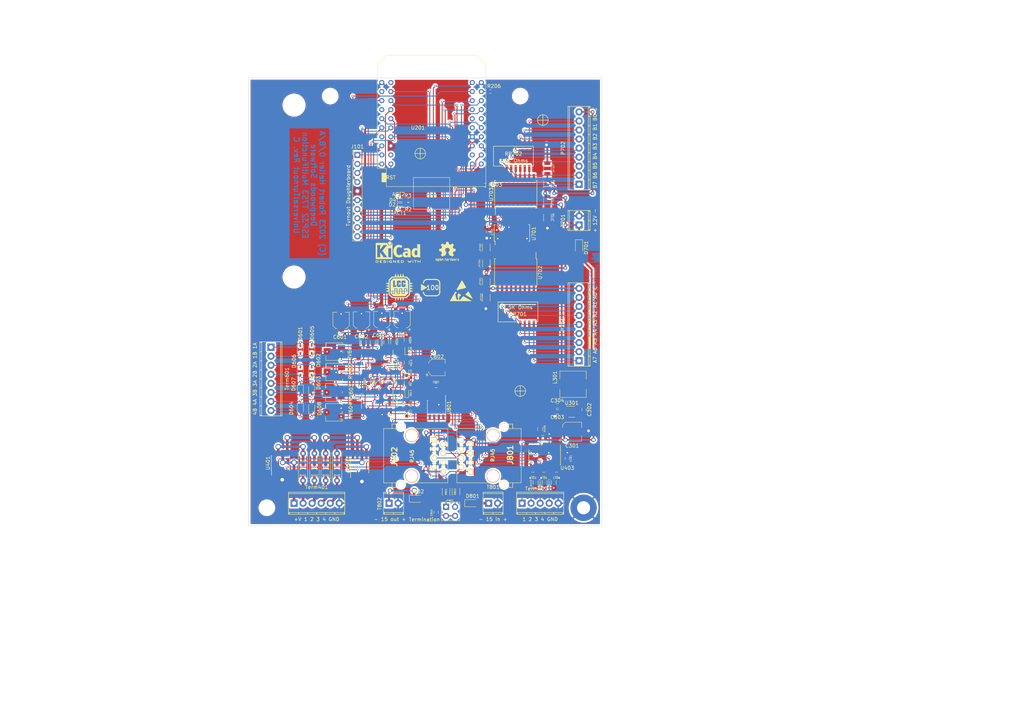
<source format=kicad_pcb>
(kicad_pcb (version 20211014) (generator pcbnew)
  (layers (0 "F.Cu" signal) (31 "B.Cu" signal) (34 "B.Paste" user) (35 "F.Paste" user) (36 "B.SilkS" user "B.Silkscreen") (37 "F.SilkS" user "F.Silkscreen") (38 "B.Mask" user) (39 "F.Mask" user) (44 "Edge.Cuts" user))
  (net 0 "")
  (net 1 "GND")
  (net 2 "+3V3")
  (net 3 "CAN +12V")
  (net 4 "Net-(C402-Pad1)")
  (net 5 "Net-(C403-Pad1)")
  (net 6 "Net-(C404-Pad1)")
  (net 7 "Net-(C405-Pad1)")
  (net 8 "Net-(C601-Pad1)")
  (net 9 "Net-(C602-Pad1)")
  (net 10 "Net-(C603-Pad1)")
  (net 11 "Net-(C604-Pad1)")
  (net 12 "Net-(C803-Pad1)")
  (net 13 "Net-(D2-Pad2)")
  (net 14 "/ESP32 MCU/GPIO15(Act1)")
  (net 15 "Net-(D601-Pad1)")
  (net 16 "Net-(D601-Pad2)")
  (net 17 "Net-(D602-Pad1)")
  (net 18 "Net-(D602-Pad2)")
  (net 19 "Net-(D603-Pad1)")
  (net 20 "Net-(D603-Pad2)")
  (net 21 "Net-(D604-Pad1)")
  (net 22 "Net-(D604-Pad2)")
  (net 23 "Net-(D609-Pad2)")
  (net 24 "Net-(D610-Pad2)")
  (net 25 "Net-(D611-Pad2)")
  (net 26 "Net-(D612-Pad2)")
  (net 27 "/ESP32 MCU/GPIO7(OD4)")
  (net 28 "+12V")
  (net 29 "Net-(D801-Pad2)")
  (net 30 "Net-(D802-Pad1)")
  (net 31 "/ESP32 MCU/GPIO1(LEDS4)")
  (net 32 "/ESP32 MCU/SDA")
  (net 33 "/ESP32 MCU/SCL")
  (net 34 "/CAN Tranceiver/CAN_RX")
  (net 35 "/CAN Tranceiver/CAN_TX")
  (net 36 "/Buttons and LEDs/Button2")
  (net 37 "/Buttons and LEDs/Button4")
  (net 38 "/ESP32 MCU/GPIO17(LEDS1)")
  (net 39 "/ESP32 MCU/GPIO18(LEDS2)")
  (net 40 "/ESP32 MCU/GPIO21(LEDS3)")
  (net 41 "/Buttons and LEDs/Button3")
  (net 42 "/Buttons and LEDs/Button1")
  (net 43 "/CAN Tranceiver/CANH")
  (net 44 "/CAN Tranceiver/CANL")
  (net 45 "Net-(J801-Pad4)")
  (net 46 "Net-(J801-Pad5)")
  (net 47 "Net-(JP701-Pad1)")
  (net 48 "Net-(JP702-Pad1)")
  (net 49 "Net-(JP705-Pad1)")
  (net 50 "Net-(JP706-Pad1)")
  (net 51 "Net-(JP801-Pad1)")
  (net 52 "Net-(JP801-Pad2)")
  (net 53 "Net-(P701-Pad4)")
  (net 54 "Net-(P701-Pad1)")
  (net 55 "Net-(P701-Pad2)")
  (net 56 "Net-(P701-Pad3)")
  (net 57 "Net-(P701-Pad5)")
  (net 58 "Net-(P701-Pad6)")
  (net 59 "Net-(P701-Pad7)")
  (net 60 "Net-(P701-Pad8)")
  (net 61 "Net-(P702-Pad4)")
  (net 62 "Net-(P702-Pad1)")
  (net 63 "Net-(P702-Pad2)")
  (net 64 "Net-(P702-Pad3)")
  (net 65 "Net-(P702-Pad5)")
  (net 66 "Net-(P702-Pad6)")
  (net 67 "Net-(P702-Pad7)")
  (net 68 "Net-(P702-Pad8)")
  (net 69 "Net-(R401-Pad1)")
  (net 70 "Net-(R401-Pad2)")
  (net 71 "Net-(R403-Pad1)")
  (net 72 "Net-(R403-Pad2)")
  (net 73 "Net-(R405-Pad1)")
  (net 74 "Net-(R405-Pad2)")
  (net 75 "Net-(R407-Pad1)")
  (net 76 "Net-(R407-Pad2)")
  (net 77 "Net-(R601-Pad2)")
  (net 78 "Net-(R602-Pad2)")
  (net 79 "Net-(R603-Pad2)")
  (net 80 "Net-(R604-Pad2)")
  (net 81 "Net-(RP701-Pad1)")
  (net 82 "Net-(RP701-Pad2)")
  (net 83 "Net-(RP701-Pad3)")
  (net 84 "Net-(RP701-Pad4)")
  (net 85 "Net-(RP701-Pad5)")
  (net 86 "Net-(RP701-Pad6)")
  (net 87 "Net-(RP701-Pad7)")
  (net 88 "Net-(RP701-Pad8)")
  (net 89 "Net-(RP702-Pad1)")
  (net 90 "Net-(RP702-Pad2)")
  (net 91 "Net-(RP702-Pad3)")
  (net 92 "Net-(RP702-Pad4)")
  (net 93 "Net-(RP702-Pad5)")
  (net 94 "Net-(RP702-Pad6)")
  (net 95 "Net-(RP702-Pad7)")
  (net 96 "Net-(RP702-Pad8)")
  (net 97 "Net-(U403-Pad2)")
  (net 98 "Net-(U403-Pad4)")
  (net 99 "Net-(U701-Pad6)")
  (net 100 "Net-(U701-Pad7)")
  (net 101 "Net-(U701-Pad8)")
  (net 102 "Net-(U701-Pad9)")
  (net 103 "Net-(U701-Pad10)")
  (net 104 "Net-(U701-Pad11)")
  (net 105 "Net-(U701-Pad12)")
  (net 106 "Net-(U701-Pad13)")
  (net 107 "Net-(U701-Pad15)")
  (net 108 "Net-(U701-Pad16)")
  (net 109 "Net-(U701-Pad17)")
  (net 110 "Net-(U701-Pad18)")
  (net 111 "Net-(U701-Pad19)")
  (net 112 "Net-(U701-Pad20)")
  (net 113 "Net-(U701-Pad21)")
  (net 114 "Net-(U701-Pad22)")
  (net 115 "Net-(U801-Pad5)")
  (net 116 "Net-(U801-Pad8)")
  (net 117 "Net-(C302-Pad1)")
  (net 118 "VPower")
  (net 119 "Net-(D4-Pad2)")
  (net 120 "/ESP32 MCU/GPIO0(Act2)")
  (net 121 "/ESP32 MCU/GPIO44/TXD(OD1)")
  (net 122 "/ESP32 MCU/GPIO48(OD2)")
  (net 123 "/ESP32 MCU/GPIO45(OD3)")
  (net 124 "Net-(U201-Pad37)")
  (net 125 "Net-(U201-Pad31)")
  (net 126 "Net-(U201-Pad30)")
  (net 127 "Net-(U201-Pad29)")
  (net 128 "Net-(U201-Pad18)")
  (net 129 "Net-(U201-Pad13)")
  (net 130 "Net-(U201-Pad7)")
  (net 131 "Net-(U201-Pad3)")
  (net 132 "Net-(U201-Pad2)")
  (net 133 "Net-(C302-Pad2)")
  (net 134 "+5V")
  (net 135 "/Motor1")
  (net 136 "/Motor2")
  (net 137 "/Motor3")
  (net 138 "/Motor4")
  (net 139 "/Points1")
  (net 140 "/Points2")
  (net 141 "/Points3")
  (net 142 "/Points4")
  (footprint "Capacitors_SMD:C_0603" (layer "F.Cu") (at 163.068 132.195 90)
    (fp_text reference "C401")
    (fp_text value ".1 uf")
  )
  (footprint "Capacitors_SMD:C_0603" (layer "F.Cu") (at 156.222 126.365)
    (fp_text reference "C402")
    (fp_text value "10 nf")
  )
  (footprint "Capacitors_SMD:C_0603" (layer "F.Cu") (at 153.416 136.652 180)
    (fp_text reference "C403")
    (fp_text value "10 nf")
  )
  (footprint "Capacitors_SMD:C_0603" (layer "F.Cu") (at 160.032 136.652)
    (fp_text reference "C404")
    (fp_text value "10 nf")
  )
  (footprint "Capacitors_SMD:C_0603" (layer "F.Cu") (at 156.452 136.652 180)
    (fp_text reference "C405")
    (fp_text value "10 nf")
  )
  (footprint "Capacitors_SMD:CP_Elec_4x5.7" (layer "F.Cu") (at 99.568 93.45 90)
    (fp_text reference "C601")
    (fp_text value "2.2uf 35V")
  )
  (footprint "Capacitors_SMD:CP_Elec_4x5.7" (layer "F.Cu") (at 105.283 93.345 90)
    (fp_text reference "C602")
    (fp_text value "2.2uf 35V")
  )
  (footprint "Capacitors_SMD:CP_Elec_4x5.7" (layer "F.Cu") (at 110.998 93.24 90)
    (fp_text reference "C603")
    (fp_text value "2.2uf 35V")
  )
  (footprint "Capacitors_SMD:CP_Elec_4x5.7" (layer "F.Cu") (at 116.713 93.24 90)
    (fp_text reference "C604")
    (fp_text value "2.2uf 35V")
  )
  (footprint "Capacitors_SMD:C_0603" (layer "F.Cu") (at 140.97 68.58 -90)
    (fp_text reference "C701")
    (fp_text value ".1 uf")
  )
  (footprint "Capacitors_SMD:C_0603" (layer "F.Cu") (at 126.25 111.76)
    (fp_text reference "C801")
    (fp_text value ".1 uf")
  )
  (footprint "Capacitors_SMD:CP_Elec_4x5.7" (layer "F.Cu") (at 126.47 106.68)
    (fp_text reference "C802")
    (fp_text value "15 uf 15V")
  )
  (footprint "Capacitors_SMD:C_0603" (layer "F.Cu") (at 126.238 147.332 90)
    (fp_text reference "C803")
    (fp_text value "47 nf")
  )
  (footprint "Diode_SMD:D_SOD-323" (layer "F.Cu") (at 88.138 101.634 -90)
    (fp_text reference "D601")
    (fp_text value "1N4148")
  )
  (footprint "Diode_SMD:D_SOD-323" (layer "F.Cu") (at 88.138 107.695 -90)
    (fp_text reference "D602")
    (fp_text value "1N4148")
  )
  (footprint "Diode_SMD:D_SOD-323" (layer "F.Cu") (at 88.138 113.064 -90)
    (fp_text reference "D603")
    (fp_text value "1N4148")
  )
  (footprint "Diode_SMD:D_SOD-323" (layer "F.Cu") (at 88.138 118.203 -90)
    (fp_text reference "D604")
    (fp_text value "1N4148")
  )
  (footprint "Diode_SMD:D_SOD-323" (layer "F.Cu") (at 91.313 101.566 90)
    (fp_text reference "D605")
    (fp_text value "1N4148")
  )
  (footprint "Diode_SMD:D_SOD-323" (layer "F.Cu") (at 91.313 107.695 90)
    (fp_text reference "D606")
    (fp_text value "1N4148")
  )
  (footprint "Diode_SMD:D_SOD-323" (layer "F.Cu") (at 91.313 113.03 90)
    (fp_text reference "D607")
    (fp_text value "1N4148")
  )
  (footprint "Diode_SMD:D_SOD-323" (layer "F.Cu") (at 91.313 118.203 90)
    (fp_text reference "D608")
    (fp_text value "1N4148")
  )
  (footprint "LEDs:LED_0603" (layer "F.Cu") (at 117.983 101.765 90)
    (fp_text reference "D609")
    (fp_text value "LED")
  )
  (footprint "LEDs:LED_0603" (layer "F.Cu") (at 117.983 108.115 90)
    (fp_text reference "D610")
    (fp_text value "LED")
  )
  (footprint "LEDs:LED_0603" (layer "F.Cu") (at 117.983 113.83 90)
    (fp_text reference "D611")
    (fp_text value "LED")
  )
  (footprint "LEDs:LED_0603" (layer "F.Cu") (at 117.983 119.545 90)
    (fp_text reference "D612")
    (fp_text value "LED")
  )
  (footprint "Diodes_SMD:D_PowerDI-123" (layer "F.Cu") (at 166.37 73.025 -90)
    (fp_text reference "D701")
    (fp_text value "DFLS240-7")
  )
  (footprint "Diodes_SMD:D_PowerDI-123" (layer "F.Cu") (at 136.486 144.78)
    (fp_text reference "D801")
    (fp_text value "DFLS240-7")
  )
  (footprint "Diodes_SMD:D_PowerDI-123" (layer "F.Cu") (at 120.904 143.51)
    (fp_text reference "D802")
    (fp_text value "DFLS240-7")
  )
  (footprint "RJ45-8N-S:RJ45_8N-S" (layer "F.Cu") (at 119.38 131.445 -90)
    (fp_text reference "J802")
    (fp_text value "RJ45")
  )
  (footprint "Resistors_SMD:R_1206" (layer "F.Cu") (at 140.335 82.55 90)
    (fp_text reference "JP701")
    (fp_text value "0")
  )
  (footprint "Resistors_SMD:R_1206" (layer "F.Cu") (at 140.335 73.025 90)
    (fp_text reference "JP702")
    (fp_text value "0")
  )
  (footprint "Resistors_SMD:R_1206" (layer "F.Cu") (at 140.335 86.995 90)
    (fp_text reference "JP703")
    (fp_text value "0")
  )
  (footprint "Resistors_SMD:R_1206" (layer "F.Cu") (at 140.335 77.47 90)
    (fp_text reference "JP704")
    (fp_text value "0")
  )
  (footprint "Resistors_SMD:R_1206" (layer "F.Cu") (at 157.48 55.245 -90)
    (fp_text reference "JP705")
    (fp_text value "0")
  )
  (footprint "Resistors_SMD:R_1206" (layer "F.Cu") (at 157.48 64.59 -90)
    (fp_text reference "JP706")
    (fp_text value "0")
  )
  (footprint "Resistors_SMD:R_1206" (layer "F.Cu") (at 157.48 50.8 -90)
    (fp_text reference "JP707")
    (fp_text value "0")
  )
  (footprint "Resistors_SMD:R_1206" (layer "F.Cu") (at 157.48 60.145 -90)
    (fp_text reference "JP708")
    (fp_text value "0")
  )
  (footprint "Pin_Headers:Pin_Header_Straight_2x02_Pitch2.54mm" (layer "F.Cu") (at 129.032 145.796)
    (fp_text reference "JP801")
    (fp_text value "Termination")
  )
  (footprint "Mounting_Holes:MountingHole_3.7mm" (layer "F.Cu") (at 96.52 30.48)
    (fp_text reference "MK101" hide)
    (fp_text value "Mounting_Hole" hide)
  )
  (footprint "Mounting_Holes:MountingHole_3.7mm" (layer "F.Cu") (at 149.86 30.48)
    (fp_text reference "MK102" hide)
    (fp_text value "Mounting_Hole" hide)
  )
  (footprint "Mounting_Holes:MountingHole_3.7mm" (layer "F.Cu") (at 78.74 146.05)
    (fp_text reference "MK103" hide)
    (fp_text value "Mounting_Hole" hide)
  )
  (footprint "Mounting_Holes:MountingHole_3.7mm_Pad" (layer "F.Cu") (at 167.64 146.05)
    (fp_text reference "MK104" hide)
    (fp_text value "Mounting_Hole_PAD" hide)
  )
  (footprint "Connectors_Terminal_Blocks:TerminalBlock_Pheonix_MPT-2.54mm_9pol" (layer "F.Cu") (at 166.37 104.775 90)
    (fp_text reference "P701")
    (fp_text value "A7 A6 A5 A4 A3 A2 A1 A0 C")
  )
  (footprint "Connectors_Terminal_Blocks:TerminalBlock_Pheonix_MPT-2.54mm_9pol" (layer "F.Cu") (at 166.37 55.245 90)
    (fp_text reference "P702")
    (fp_text value "B7 B6 B5 B4 B3 B2 B1 B0 C")
  )
  (footprint "Resistors_THT:R_Axial_DIN0207_L6.3mm_D2.5mm_P7.62mm_Horizontal" (layer "F.Cu") (at 88.9 138.43 90)
    (fp_text reference "R401")
    (fp_text value "R")
  )
  (footprint "Resistors_SMD:R_0603" (layer "F.Cu") (at 88.9 134.735 90)
    (fp_text reference "R402")
    (fp_text value "1.5K Ohms")
  )
  (footprint "Resistors_THT:R_Axial_DIN0207_L6.3mm_D2.5mm_P7.62mm_Horizontal" (layer "F.Cu") (at 92.075 138.43 90)
    (fp_text reference "R403")
    (fp_text value "R")
  )
  (footprint "Resistors_SMD:R_0603" (layer "F.Cu") (at 92.075 134.735 90)
    (fp_text reference "R404")
    (fp_text value "1.5K Ohms")
  )
  (footprint "Resistors_THT:R_Axial_DIN0207_L6.3mm_D2.5mm_P7.62mm_Horizontal" (layer "F.Cu") (at 95.25 138.43 90)
    (fp_text reference "R405")
    (fp_text value "R")
  )
  (footprint "Resistors_SMD:R_0603" (layer "F.Cu") (at 95.25 134.735 90)
    (fp_text reference "R406")
    (fp_text value "1.5K Ohms")
  )
  (footprint "Resistors_THT:R_Axial_DIN0207_L6.3mm_D2.5mm_P7.62mm_Horizontal" (layer "F.Cu") (at 98.425 138.43 90)
    (fp_text reference "R407")
    (fp_text value "R")
  )
  (footprint "Resistors_SMD:R_0603" (layer "F.Cu") (at 98.425 134.735 90)
    (fp_text reference "R408")
    (fp_text value "1.5K Ohms")
  )
  (footprint "Resistors_SMD:R_0603" (layer "F.Cu") (at 155.448 123.94 -90)
    (fp_text reference "R409")
    (fp_text value "10K Ohms")
  )
  (footprint "Resistors_SMD:R_0603" (layer "F.Cu") (at 154.178 138.95 90)
    (fp_text reference "R410")
    (fp_text value "10K Ohms")
  )
  (footprint "Resistors_SMD:R_0603" (layer "F.Cu") (at 159.258 138.95 90)
    (fp_text reference "R411")
    (fp_text value "10K Ohms")
  )
  (footprint "Resistors_SMD:R_0603" (layer "F.Cu") (at 156.718 138.95 90)
    (fp_text reference "R412")
    (fp_text value "10K Ohms")
  )
  (footprint "Resistors_SMD:R_0603" (layer "F.Cu") (at 108.458 99.58 -90)
    (fp_text reference "R601")
    (fp_text value "22K Ohms")
  )
  (footprint "Resistors_SMD:R_0603" (layer "F.Cu") (at 105.918 99.58 -90)
    (fp_text reference "R602")
    (fp_text value "22K Ohms")
  )
  (footprint "Resistors_SMD:R_0603" (layer "F.Cu") (at 109.728 110.605 90)
    (fp_text reference "R603")
    (fp_text value "22K Ohms")
  )
  (footprint "Resistors_SMD:R_0603" (layer "F.Cu") (at 107.188 110.605 90)
    (fp_text reference "R604")
    (fp_text value "22K Ohms")
  )
  (footprint "Resistors_SMD:R_0603" (layer "F.Cu") (at 112.268 99.58 -90)
    (fp_text reference "R605")
    (fp_text value "1M Ohms")
  )
  (footprint "Resistors_SMD:R_0603" (layer "F.Cu") (at 114.173 99.58 -90)
    (fp_text reference "R606")
    (fp_text value "1M Ohms")
  )
  (footprint "Resistors_SMD:R_0603" (layer "F.Cu") (at 111.887 110.617 90)
    (fp_text reference "R607")
    (fp_text value "1M Ohms")
  )
  (footprint "Resistors_SMD:R_0603" (layer "F.Cu") (at 113.538 110.605 90)
    (fp_text reference "R608")
    (fp_text value "1M Ohms")
  )
  (footprint "Resistors_SMD:R_0603" (layer "F.Cu") (at 117.983 98.945 -90)
    (fp_text reference "R609")
    (fp_text value "2.7K Ohms")
  )
  (footprint "Resistors_SMD:R_0603" (layer "F.Cu") (at 117.983 105.295 -90)
    (fp_text reference "R610")
    (fp_text value "2.7K Ohms")
  )
  (footprint "Resistors_SMD:R_0603" (layer "F.Cu") (at 117.983 111.01 -90)
    (fp_text reference "R611")
    (fp_text value "2.7K Ohms")
  )
  (footprint "Resistors_SMD:R_0603" (layer "F.Cu") (at 117.983 116.725 -90)
    (fp_text reference "R612")
    (fp_text value "2.7K Ohms")
  )
  (footprint "Resistors_SMD:R_1206" (layer "F.Cu") (at 129.032 141.552 -90)
    (fp_text reference "R801")
    (fp_text value "60 Ohms")
  )
  (footprint "Resistors_SMD:R_1206" (layer "F.Cu") (at 131.826 141.552 -90)
    (fp_text reference "R802")
    (fp_text value "60 Ohms")
  )
  (footprint "48xxP:4816P" (layer "F.Cu") (at 149.225 91.08 180)
    (fp_text reference "RP701")
    (fp_text value "1.5K Ohms")
  )
  (footprint "48xxP:4816P" (layer "F.Cu") (at 147.955 47.35)
    (fp_text reference "RP702")
    (fp_text value "1.5K Ohms")
  )
  (footprint "Potentiometers:Potentiometer_Trimmer_Bourns_3214J" (layer "F.Cu") (at 97.663 102.235)
    (fp_text reference "RV601")
    (fp_text value "25K Ohms")
  )
  (footprint "Potentiometers:Potentiometer_Trimmer_Bourns_3214J" (layer "F.Cu") (at 97.663 107.95)
    (fp_text reference "RV602")
    (fp_text value "25K Ohms")
  )
  (footprint "Potentiometers:Potentiometer_Trimmer_Bourns_3214J" (layer "F.Cu") (at 97.568 113.665)
    (fp_text reference "RV603")
    (fp_text value "25K Ohms")
  )
  (footprint "Potentiometers:Potentiometer_Trimmer_Bourns_3214J" (layer "F.Cu") (at 97.568 119.26)
    (fp_text reference "RV604")
    (fp_text value "25K Ohms")
  )
  (footprint "Connectors_Terminal_Blocks:TerminalBlock_Pheonix_MPT-2.54mm_2pol" (layer "F.Cu") (at 166.37 66.675 90)
    (fp_text reference "T701")
    (fp_text value "+ 12V -")
  )
  (footprint "Connectors_Terminal_Blocks:TerminalBlock_Pheonix_MPT-2.54mm_2pol" (layer "F.Cu") (at 140.97 144.78)
    (fp_text reference "T801")
    (fp_text value "- 15 in +")
  )
  (footprint "Connectors_Terminal_Blocks:TerminalBlock_Pheonix_MPT-2.54mm_2pol" (layer "F.Cu") (at 113.03 144.78)
    (fp_text reference "T802")
    (fp_text value "- 15 out +")
  )
  (footprint "Connectors_Terminal_Blocks:TerminalBlock_Pheonix_MPT-2.54mm_6pol" (layer "F.Cu") (at 86.36 144.78)
    (fp_text reference "Term401")
    (fp_text value "+V 1 2 3 4 GND")
  )
  (footprint "Connectors_Terminal_Blocks:TerminalBlock_Pheonix_MPT-2.54mm_5pol" (layer "F.Cu") (at 150.368 144.78)
    (fp_text reference "Term402")
    (fp_text value "1 2 3 4 GND")
  )
  (footprint "Connectors_Terminal_Blocks:TerminalBlock_Pheonix_MPT-2.54mm_8pol" (layer "F.Cu") (at 79.883 100.965 -90)
    (fp_text reference "Term601")
    (fp_text value "4B 4A 3B 3A 2B 2A 1B 1A")
  )
  (footprint "Housings_SOIC:SOIC-8_3.9x4.9mm_Pitch1.27mm" (layer "F.Cu") (at 82.55 133.51 90)
    (fp_text reference "U401")
    (fp_text value "TC4426")
  )
  (footprint "Housings_SOIC:SOIC-8_3.9x4.9mm_Pitch1.27mm" (layer "F.Cu") (at 104.775 134.145 90)
    (fp_text reference "U402")
    (fp_text value "TC4426")
  )
  (footprint "Housings_SOIC:SOIC-14_3.9x8.7mm_Pitch1.27mm" (layer "F.Cu") (at 156.718 131.92 -90)
    (fp_text reference "U403")
    (fp_text value "74HCT14")
  )
  (footprint "Housings_SOIC:SOIC-14_3.9x8.7mm_Pitch1.27mm" (layer "F.Cu") (at 109.728 105.25 -90)
    (fp_text reference "U601")
    (fp_text value "LM339")
  )
  (footprint "Housings_SOIC:SOIC-14_3.9x8.7mm_Pitch1.27mm" (layer "F.Cu") (at 109.728 116.045 -90)
    (fp_text reference "U602")
    (fp_text value "LM339")
  )
  (footprint "Housings_SSOP:TSSOP-28_4.4x9.7mm_Pitch0.65mm" (layer "F.Cu") (at 147.54 68.89 90)
    (fp_text reference "U701")
    (fp_text value "PCA9685")
  )
  (footprint "Housings_SOIC:SOIC-18W_7.5x11.6mm_Pitch1.27mm" (layer "F.Cu") (at 148.59 80.009 -90)
    (fp_text reference "U702")
    (fp_text value "TBD62X83A")
  )
  (footprint "Housings_SOIC:SOIC-18W_7.5x11.6mm_Pitch1.27mm" (layer "F.Cu") (at 148.59 58.04 90)
    (fp_text reference "U703")
    (fp_text value "TBD62X83A")
  )
  (footprint "Housings_SOIC:SOIC-8_3.9x4.9mm_Pitch1.27mm" (layer "F.Cu") (at 126.365 117.95 -90)
    (fp_text reference "U801")
    (fp_text value "TCAN332DR")
  )
  (footprint "DWSLogoBCU:DWSLogoBCU" (layer "F.Cu") (at 170.7515 75.819 90)
    (fp_text reference "")
    (fp_text value "")
  )
  (footprint "LCC_LOGO:LCC_LOGO_9x9" (layer "F.Cu") (at 115.9637 84.0994)
    (fp_text reference "G***" hide)
    (fp_text value "LCC" hide)
  )
  (footprint "Symbols:ESD-Logo_6.6x6mm_SilkScreen" (layer "F.Cu") (at 133.35 85.09)
    (fp_text reference "REF***" hide)
    (fp_text value "ESD-Logo_6.6x6mm_SilkScreen" hide)
  )
  (footprint "Symbols:KiCad-Logo2_6mm_SilkScreen" (layer "F.Cu") (at 115.57 74.295)
    (fp_text reference "REF***" hide)
    (fp_text value "KiCad-Logo2_6mm_SilkScreen" hide)
  )
  (footprint "Symbols:OSHW-Logo2_7.3x6mm_SilkScreen" (layer "F.Cu") (at 129.413 74.168)
    (fp_text reference "REF***" hide)
    (fp_text value "OSHW-Logo2_7.3x6mm_SilkScreen" hide)
  )
  (footprint "PowerLabels:PowerLabel-100" (layer "F.Cu") (at 124.9807 84.2518)
    (fp_text reference "REF**" hide)
    (fp_text value "PowerLabel-250" hide)
  )
  (footprint "LEDs:LED_0402" (layer "F.Cu") (at 116.29 60.96)
    (fp_text reference "D2")
    (fp_text value "ACT1")
  )
  (footprint "LEDs:LED_0402" (layer "F.Cu") (at 116.29 59.69)
    (fp_text reference "D4")
    (fp_text value "ACT2")
  )
  (footprint "Resistors_SMD:R_0402" (layer "F.Cu") (at 118.422 60.96 180)
    (fp_text reference "R2")
    (fp_text value "270")
  )
  (footprint "Resistors_SMD:R_0402" (layer "F.Cu") (at 118.422 59.69 180)
    (fp_text reference "R3")
    (fp_text value "270")
  )
  (footprint "Resistors_SMD:R_0402" (layer "F.Cu") (at 140.023 55.499)
    (fp_text reference "R203")
    (fp_text value "2.4K")
  )
  (footprint "Resistors_SMD:R_0402" (layer "F.Cu") (at 141.478 29.21)
    (fp_text reference "R206")
    (fp_text value "2.4K")
  )
  (footprint "ESP32_mini:ESP32_mini" (layer "F.Cu") (at 124.968 38.1)
    (fp_text reference "U201")
    (fp_text value "TTGO-T7_S3-V1.1")
  )
  (footprint "Capacitors_SMD:CP_Elec_5x5.3" (layer "F.Cu") (at 164.424 124.714)
    (fp_text reference "C301")
    (fp_text value "10uf")
  )
  (footprint "Capacitors_SMD:C_0603" (layer "F.Cu") (at 167.767 118.503 -90)
    (fp_text reference "C302")
    (fp_text value "100nf")
  )
  (footprint "Capacitors_SMD:C_0603" (layer "F.Cu") (at 160.274 119.126 180)
    (fp_text reference "C303")
    (fp_text value "22uf")
  )
  (footprint "Capacitors_SMD:C_0603" (layer "F.Cu") (at 160.274 117.475 180)
    (fp_text reference "C304")
    (fp_text value "22uf")
  )
  (footprint "Inductors_SMD:L_7.3x7.3_H4.5" (layer "F.Cu") (at 164.694 111.379)
    (fp_text reference "L301")
    (fp_text value "4.7uH")
  )
  (footprint "TO_SOT_Packages_SMD:TSOT-23-6_MK06A" (layer "F.Cu") (at 164.298 119.065)
    (fp_text reference "U301")
    (fp_text value "AP63205")
  )
  (footprint "RJ45-8N-S:RJ45_8N-S" (layer "F.Cu") (at 142.24 131.445 90)
    (fp_text reference "J801")
    (fp_text value "RJ45")
  )
  (footprint "Socket_Strips:Socket_Strip_Straight_1x10_Pitch2.54mm" (layer "F.Cu") (at 104.14 46.99)
    (fp_text reference "J101")
    (fp_text value "Turnout Daughterboard")
  )
  (footprint "Fiducials:Fiducial_classic_Small_SilkscreenTop_Type1" (layer "F.Cu") (at 156.21 37.211)
    (fp_text reference "FD101" hide)
    (fp_text value "FidMark" hide)
  )
  (footprint "Fiducials:Fiducial_classic_Small_SilkscreenTop_Type1" (layer "F.Cu") (at 121.793 46.609)
    (fp_text reference "FD102" hide)
    (fp_text value "FidMark" hide)
  )
  (footprint "Fiducials:Fiducial_classic_Small_SilkscreenTop_Type1" (layer "F.Cu") (at 149.86 113.284)
    (fp_text reference "FD103" hide)
    (fp_text value "FidMark" hide)
  )
  (footprint "Mounting_Holes:MountingHole_5.5mm" (layer "F.Cu") (at 86.36 33.02)
    (fp_text reference "REF**" hide)
    (fp_text value "MountingHole_5.5mm" hide)
  )
  (footprint "Mounting_Holes:MountingHole_5.5mm" (layer "F.Cu") (at 86.36 81.28)
    (fp_text reference "REF**" hide)
    (fp_text value "MountingHole_5.5mm" hide)
  )
  (footprint "DWSLogoBCU:DWSLogoBCU" (layer "F.Cu") (at 89.662 73.406 -90)
    (fp_text reference "")
    (fp_text value "")
  )
  (gr_line (start 172.72 151.13) (end 73.66 151.13) (layer "Edge.Cuts") (width 0.1))
  (gr_line (start 73.66 25.4) (end 73.66 151.13) (layer "Edge.Cuts") (width 0.1))
  (gr_line (start 172.72 25.4) (end 172.72 151.13) (layer "Edge.Cuts") (width 0.1))
  (gr_line (start 73.66 25.4) (end 172.72 25.4) (layer "Edge.Cuts") (width 0.1))
  (gr_text "(c) Copyright 2023 Robert Heller \nD/B/A Deepwoods Software\nESP32-T7S3-MultiFunction board rev D" (at 170.1165 89.3445 90) (layer "B.Cu") (effects (font (size 0.75 0.75)) (justify mirror)))
  (gr_text "(C) 2023 Robert Heller D/B/A\n    Deepwoods Software\n    ESP32 T7S3 MultiFunction\n    UniversalTurnout Rev. C" (at 90.678 57.785 270) (layer "B.Cu") (effects (font (size 1.5 1.5) (thickness 0.3)) (justify mirror)))
  (segment (start 127 112.335) (end 127 115.25) (width 0.25) (layer "F.Cu") (net 1))
  (segment (start 160.528 129.67) (end 162.303 131.445) (width 0.25) (layer "F.Cu") (net 1))
  (segment (start 143.315 71.74) (end 143.315 70.68) (width 0.25) (layer "F.Cu") (net 1))
  (segment (start 143.51 70.485) (end 144.765 71.74) (width 0.25) (layer "F.Cu") (net 1))
  (segment (start 99.663 101.085) (end 99.663 102.013) (width 0.25) (layer "F.Cu") (net 1))
  (segment (start 141.398 70.358) (end 141.477998 70.358) (width 0.25) (layer "F.Cu") (net 1))
  (segment (start 144.615 71.74) (end 144.615 71.59) (width 0.25) (layer "F.Cu") (net 1))
  (segment (start 157.861 129.347) (end 157.988 129.22) (width 0.25) (layer "F.Cu") (net 1))
  (segment (start 159.524 120.384) (end 159.512 120.396) (width 0.5) (layer "F.Cu") (net 1))
  (segment (start 144.615 71.59) (end 143.51 70.485) (width 0.25) (layer "F.Cu") (net 1))
  (segment (start 157.988 129.22) (end 157.988 126.365) (width 0.25) (layer "F.Cu") (net 1))
  (segment (start 98.171 108.077) (end 98.171 111.118) (width 0.25) (layer "F.Cu") (net 1))
  (segment (start 99.663 106.8) (end 99.313 106.8) (width 0.25) (layer "F.Cu") (net 1))
  (segment (start 160.782 136.652) (end 160.782 137.668) (width 0.25) (layer "F.Cu") (net 1))
  (segment (start 128.27 106.68) (end 128.27 110.515) (width 0.25) (layer "F.Cu") (net 1))
  (segment (start 157.988 126.365) (end 157.988 125.349) (width 0.25) (layer "F.Cu") (net 1))
  (segment (start 99.568 102.108) (end 98.740978 102.108) (width 0.25) (layer "F.Cu") (net 1))
  (segment (start 159.524 117.475) (end 159.524 119.126) (width 0.5) (layer "F.Cu") (net 1))
  (segment (start 140.97 69.93) (end 141.398 70.358) (width 0.25) (layer "F.Cu") (net 1))
  (segment (start 152.908 129.22) (end 152.908 130.556) (width 0.25) (layer "F.Cu") (net 1))
  (segment (start 151.765 70.485) (end 151.765 71.74) (width 0.25) (layer "F.Cu") (net 1))
  (segment (start 126.238 135.128) (end 125.73 134.62) (width 0.25) (layer "F.Cu") (net 1))
  (segment (start 98.171 102.677978) (end 98.171 108.077) (width 0.25) (layer "F.Cu") (net 1))
  (segment (start 140.335 71.575) (end 140.335 70.485002) (width 0.5) (layer "F.Cu") (net 1))
  (segment (start 145.265 67.16) (end 145.415 67.31) (width 0.25) (layer "F.Cu") (net 1))
  (segment (start 140.335 70.485002) (end 140.462002 70.358) (width 0.5) (layer "F.Cu") (net 1))
  (segment (start 140.335 90.043) (end 140.208 90.17) (width 0.5) (layer "F.Cu") (net 1))
  (segment (start 127.025 111.76) (end 127 111.76) (width 0.25) (layer "F.Cu") (net 1))
  (segment (start 144.66 70.485) (end 143.51 70.485) (width 0.25) (layer "F.Cu") (net 1))
  (segment (start 152.666 136.652) (end 152.666 137.656) (width 0.25) (layer "F.Cu") (net 1))
  (segment (start 145.915 71.74) (end 144.66 70.485) (width 0.25) (layer "F.Cu") (net 1))
  (segment (start 165.608 120.015) (end 165.608 123.698) (width 0.5) (layer "F.Cu") (net 1))
  (segment (start 98.171 111.118) (end 99.568 112.515) (width 0.25) (layer "F.Cu") (net 1))
  (segment (start 143.315 70.68) (end 143.51 70.485) (width 0.25) (layer "F.Cu") (net 1))
  (segment (start 110.998 106.807) (end 111.125 106.68) (width 0.25) (layer "F.Cu") (net 1))
  (segment (start 105.41 136.845) (end 105.41 138.684) (width 0.75) (layer "F.Cu") (net 1))
  (segment (start 157.48 49.35) (end 157.48 44.45) (width 0.5) (layer "F.Cu") (net 1))
  (segment (start 159.524 119.126) (end 159.524 120.384) (width 0.5) (layer "F.Cu") (net 1))
  (segment (start 156.972 126.365) (end 157.988 126.365) (width 0.25) (layer "F.Cu") (net 1))
  (segment (start 157.48 66.04) (end 157.48 67.564) (width 0.5) (layer "F.Cu") (net 1))
  (segment (start 157.48 44.45) (end 157.226 44.196) (width 0.5) (layer "F.Cu") (net 1))
  (segment (start 128.27 110.515) (end 127.025 111.76) (width 0.25) (layer "F.Cu") (net 1))
  (segment (start 145.415 67.31) (end 145.915 66.81) (width 0.25) (layer "F.Cu") (net 1))
  (segment (start 127 111.76) (end 127 112.335) (width 0.25) (layer "F.Cu") (net 1))
  (segment (start 155.702 136.652) (end 155.702 137.668) (width 0.25) (layer "F.Cu") (net 1))
  (segment (start 99.313 106.8) (end 98.171 107.942) (width 0.25) (layer "F.Cu") (net 1))
  (segment (start 144.765 71.74) (end 145.265 71.74) (width 0.25) (layer "F.Cu") (net 1))
  (segment (start 162.493 131.445) (end 163.068 131.445) (width 0.25) (layer "F.Cu") (net 1))
  (segment (start 146.565 67.19) (end 146.685 67.31) (width 0.25) (layer "F.Cu") (net 1))
  (segment (start 98.740978 102.108) (end 98.171 102.677978) (width 0.25) (layer "F.Cu") (net 1))
  (segment (start 145.265 66.04) (end 145.265 67.16) (width 0.25) (layer "F.Cu") (net 1))
  (segment (start 146.565 66.04) (end 146.565 67.19) (width 0.25) (layer "F.Cu") (net 1))
  (segment (start 143.51 70.485) (end 143.965 70.94) (width 0.25) (layer "F.Cu") (net 1))
  (segment (start 166.624 124.714) (end 168.783 124.714) (width 0.5) (layer "F.Cu") (net 1))
  (segment (start 110.998 107.95) (end 110.998 106.807) (width 0.25) (layer "F.Cu") (net 1))
  (segment (start 160.528 129.22) (end 160.528 129.67) (width 0.25) (layer "F.Cu") (net 1))
  (segment (start 140.97 69.33) (end 140.97 69.93) (width 0.25) (layer "F.Cu") (net 1))
  (segment (start 143.965 70.94) (end 143.965 71.74) (width 0.25) (layer "F.Cu") (net 1))
  (segment (start 99.663 102.013) (end 99.568 102.108) (width 0.25) (layer "F.Cu") (net 1))
  (segment (start 83.185 136.21) (end 83.185 138.049) (width 0.75) (layer "F.Cu") (net 1))
  (segment (start 165.608 123.698) (end 166.624 124.714) (width 0.5) (layer "F.Cu") (net 1))
  (segment (start 168.783 124.714) (end 169.037 124.46) (width 0.5) (layer "F.Cu") (net 1))
  (segment (start 110.998 118.745) (end 110.998 119.761) (width 0.25) (layer "F.Cu") (net 1))
  (segment (start 140.335 88.445) (end 140.335 90.043) (width 0.5) (layer "F.Cu") (net 1))
  (segment (start 163.068 131.445) (end 163.068 130.556) (width 0.25) (layer "F.Cu") (net 1))
  (segment (start 126.238 146.582) (end 126.238 135.128) (width 0.25) (layer "F.Cu") (net 1))
  (segment (start 162.303 131.445) (end 162.493 131.445) (width 0.25) (layer "F.Cu") (net 1))
  (segment (start 83.185 138.049) (end 83.058 138.176) (width 0.75) (layer "F.Cu") (net 1))
  (segment (start 145.915 66.81) (end 145.915 66.04) (width 0.25) (layer "F.Cu") (net 1))
  (segment (start 98.171 107.942) (end 98.171 108.077) (width 0.25) (layer "F.Cu") (net 1))
  (segment (start 152.666 137.656) (end 152.654 137.668) (width 0.25) (layer "F.Cu") (net 1))
  (segment (start 127 115.25) (end 127 117.094) (width 0.25) (layer "F.Cu") (net 1))
  (segment (start 157.861 130.556) (end 157.861 129.347) (width 0.25) (layer "F.Cu") (net 1))
  (segment (start 110.998 119.761) (end 111.125 119.888) (width 0.25) (layer "F.Cu") (net 1))
  (via (at 111.125 119.888) (size 0.6) (drill 0.4) (layers "F.Cu" "B.Cu") (net 1))
  (via (at 155.702 137.668) (size 0.6) (drill 0.4) (layers "F.Cu" "B.Cu") (net 1))
  (via (at 111.125 106.68) (size 0.6) (drill 0.4) (layers "F.Cu" "B.Cu") (net 1))
  (via (at 159.512 120.396) (size 1.2) (drill 0.75) (layers "F.Cu" "B.Cu") (net 1))
  (via (at 157.988 125.349) (size 0.6) (drill 0.4) (layers "F.Cu" "B.Cu") (net 1))
  (via (at 98.171 108.077) (size 0.6) (drill 0.4) (layers "F.Cu" "B.Cu") (net 1))
  (via (at 99.568 102.108) (size 0.6) (drill 0.4) (layers "F.Cu" "B.Cu") (net 1))
  (via (at 157.48 67.564) (size 1.2) (drill 0.75) (layers "F.Cu" "B.Cu") (net 1))
  (via (at 105.41 138.684) (size 1.5) (drill 1) (layers "F.Cu" "B.Cu") (net 1))
  (via (at 110.998 91.44) (size 0.6) (drill 0.4) (layers "F.Cu" "B.Cu") (net 1))
  (via (at 83.058 138.176) (size 1.5) (drill 1) (layers "F.Cu" "B.Cu") (net 1))
  (via (at 145.415 67.31) (size 0.6) (drill 0.4) (layers "F.Cu" "B.Cu") (net 1))
  (via (at 143.51 70.485) (size 0.6) (drill 0.4) (layers "F.Cu" "B.Cu") (net 1))
  (via (at 99.568 91.65) (size 0.6) (drill 0.4) (layers "F.Cu" "B.Cu") (net 1))
  (via (at 116.713 91.44) (size 0.6) (drill 0.4) (layers "F.Cu" "B.Cu") (net 1))
  (via (at 140.462002 70.358) (size 1.2) (drill 0.75) (layers "F.Cu" "B.Cu") (net 1))
  (via (at 151.765 70.485) (size 0.6) (drill 0.4) (layers "F.Cu" "B.Cu") (net 1))
  (via (at 140.208 90.17) (size 1.2) (drill 0.75) (layers "F.Cu" "B.Cu") (net 1))
  (via (at 152.908 130.556) (size 0.6) (drill 0.4) (layers "F.Cu" "B.Cu") (net 1))
  (via (at 152.654 137.668) (size 0.6) (drill 0.4) (layers "F.Cu" "B.Cu") (net 1))
  (via (at 163.068 130.556) (size 0.6) (drill 0.4) (layers "F.Cu" "B.Cu") (net 1))
  (via (at 105.283 91.545) (size 0.6) (drill 0.4) (layers "F.Cu" "B.Cu") (net 1))
  (via (at 99.568 118.11) (size 0.6) (drill 0.4) (layers "F.Cu" "B.Cu") (net 1))
  (via (at 146.685 67.31) (size 0.6) (drill 0.4) (layers "F.Cu" "B.Cu") (net 1))
  (via (at 157.226 44.196) (size 1.2) (drill 0.75) (layers "F.Cu" "B.Cu") (net 1))
  (via (at 169.037 124.46) (size 1.2) (drill 0.75) (layers "F.Cu" "B.Cu") (net 1))
  (via (at 127 117.094) (size 0.6) (drill 0.4) (layers "F.Cu" "B.Cu") (net 1))
  (via (at 141.477998 70.358) (size 0.6) (drill 0.4) (layers "F.Cu" "B.Cu") (net 1))
  (via (at 160.782 137.668) (size 0.6) (drill 0.4) (layers "F.Cu" "B.Cu") (net 1))
  (via (at 157.861 130.556) (size 0.6) (drill 0.4) (layers "F.Cu" "B.Cu") (net 1))
  (segment (start 141.604998 70.485) (end 141.477998 70.358) (width 0.25) (layer "B.Cu") (net 1))
  (segment (start 144.78 70.485) (end 144.145 70.485) (width 0.25) (layer "B.Cu") (net 1))
  (segment (start 152.908 130.556) (end 157.861 130.556) (width 0.25) (layer "B.Cu") (net 1))
  (segment (start 146.05 70.485) (end 151.765 70.485) (width 0.25) (layer "B.Cu") (net 1))
  (segment (start 143.51 70.485) (end 141.604998 70.485) (width 0.25) (layer "B.Cu") (net 1))
  (segment (start 144.78 70.485) (end 145.415 70.485) (width 0.25) (layer "B.Cu") (net 1))
  (segment (start 146.05 70.485) (end 145.415 70.485) (width 0.25) (layer "B.Cu") (net 1))
  (segment (start 146.685 67.31) (end 146.05 67.31) (width 0.25) (layer "B.Cu") (net 1))
  (segment (start 143.51 70.485) (end 144.145 70.485) (width 0.25) (layer "B.Cu") (net 1))
  (segment (start 145.415 67.31) (end 146.05 67.31) (width 0.25) (layer "B.Cu") (net 1))
  (segment (start 140.97 67.75099) (end 140.829009 67.609999) (width 0.25) (layer "F.Cu") (net 2))
  (segment (start 110.617 111.590002) (end 110.617 111.544) (width 0.25) (layer "F.Cu") (net 2))
  (segment (start 159.258 139.7) (end 159.258 140.462) (width 0.25) (layer "F.Cu") (net 2))
  (segment (start 110.617 111.590002) (end 110.998 111.971002) (width 0.25) (layer "F.Cu") (net 2))
  (segment (start 118.183 98.195) (end 117.983 98.195) (width 0.25) (layer "F.Cu") (net 2))
  (segment (start 117.856 97.536) (end 117.856 98.068) (width 0.25) (layer "F.Cu") (net 2))
  (segment (start 156.718 139.7) (end 156.718 140.462) (width 0.25) (layer "F.Cu") (net 2))
  (segment (start 118.183 104.545) (end 119.626001 103.101999) (width 0.25) (layer "F.Cu") (net 2))
  (segment (start 112.268 98.044) (end 112.268 98.83) (width 0.25) (layer "F.Cu") (net 2))
  (segment (start 110.998 112.141) (end 110.998 113.345) (width 0.25) (layer "F.Cu") (net 2))
  (segment (start 119.004989 101.680987) (end 119.004989 99.016989) (width 0.25) (layer "F.Cu") (net 2))
  (segment (start 140.829009 67.609999) (end 140.52901 67.31) (width 0.25) (layer "F.Cu") (net 2))
  (segment (start 107.95 110.793) (end 107.95 109.644264) (width 0.25) (layer "F.Cu") (net 2))
  (segment (start 117.983 110.26) (end 118.975004 110.26) (width 0.25) (layer "F.Cu") (net 2))
  (segment (start 114.173 98.83) (end 114.173 98.171) (width 0.25) (layer "F.Cu") (net 2))
  (segment (start 111.887 111.859807) (end 111.605807 112.141) (width 0.25) (layer "F.Cu") (net 2))
  (segment (start 113.538 111.355) (end 111.899 111.355) (width 0.25) (layer "F.Cu") (net 2))
  (segment (start 108.458 98.044) (end 108.458 98.83) (width 0.25) (layer "F.Cu") (net 2))
  (segment (start 110.576701 109.465944) (end 110.276702 109.165945) (width 0.25) (layer "F.Cu") (net 2))
  (segment (start 110.998 111.971002) (end 110.998 112.141) (width 0.25) (layer "F.Cu") (net 2))
  (segment (start 110.617 111.544) (end 110.428 111.355) (width 0.25) (layer "F.Cu") (net 2))
  (segment (start 111.899 111.355) (end 111.887 111.367) (width 0.25) (layer "F.Cu") (net 2))
  (segment (start 111.605807 112.141) (end 110.998 112.141) (width 0.25) (layer "F.Cu") (net 2))
  (segment (start 140.97 67.83) (end 140.97 67.75099) (width 0.25) (layer "F.Cu") (net 2))
  (segment (start 119.626001 103.101999) (end 119.626001 102.301999) (width 0.25) (layer "F.Cu") (net 2))
  (segment (start 107.188 111.355) (end 107.388 111.355) (width 0.25) (layer "F.Cu") (net 2))
  (segment (start 143.315 66.04) (end 143.315 68.013) (width 0.25) (layer "F.Cu") (net 2))
  (segment (start 118.975004 110.26) (end 119.126004 110.109) (width 0.25) (layer "F.Cu") (net 2))
  (segment (start 143.315 68.013) (end 143.256 68.072) (width 0.25) (layer "F.Cu") (net 2))
  (segment (start 107.95 109.644264) (end 107.95 109.22) (width 0.25) (layer "F.Cu") (net 2))
  (segment (start 110.428 111.355) (end 109.728 111.355) (width 0.25) (layer "F.Cu") (net 2))
  (segment (start 107.388 111.355) (end 107.95 110.793) (width 0.25) (layer "F.Cu") (net 2))
  (segment (start 111.887 111.367) (end 111.887 111.859807) (width 0.25) (layer "F.Cu") (net 2))
  (segment (start 114.173 98.171) (end 114.046 98.044) (width 0.25) (layer "F.Cu") (net 2))
  (segment (start 117.856 98.068) (end 117.983 98.195) (width 0.25) (layer "F.Cu") (net 2))
  (segment (start 117.983 104.545) (end 118.183 104.545) (width 0.25) (layer "F.Cu") (net 2))
  (segment (start 117.983 115.975) (end 118.183 115.975) (width 0.25) (layer "F.Cu") (net 2))
  (segment (start 119.626001 102.301999) (end 119.004989 101.680987) (width 0.25) (layer "F.Cu") (net 2))
  (segment (start 119.004989 99.016989) (end 118.183 98.195) (width 0.25) (layer "F.Cu") (net 2))
  (segment (start 154.178 139.7) (end 154.178 140.462) (width 0.25) (layer "F.Cu") (net 2))
  (segment (start 109.601 111.228) (end 110.576701 110.252299) (width 0.25) (layer "F.Cu") (net 2))
  (segment (start 118.183 115.975) (end 119.126004 115.031996) (width 0.25) (layer "F.Cu") (net 2))
  (segment (start 119.126004 115.031996) (end 119.126004 110.109) (width 0.25) (layer "F.Cu") (net 2))
  (segment (start 110.576701 110.252299) (end 110.576701 109.465944) (width 0.25) (layer "F.Cu") (net 2))
  (via (at 117.856 97.536) (size 0.6) (drill 0.4) (layers "F.Cu" "B.Cu") (net 2))
  (via (at 108.458 98.044) (size 0.6) (drill 0.4) (layers "F.Cu" "B.Cu") (net 2))
  (via (at 140.52901 67.31) (size 0.6) (drill 0.4) (layers "F.Cu" "B.Cu") (net 2))
  (via (at 114.046 98.044) (size 0.6) (drill 0.4) (layers "F.Cu" "B.Cu") (net 2))
  (via (at 154.178 140.462) (size 0.6) (drill 0.4) (layers "F.Cu" "B.Cu") (net 2))
  (via (at 110.276702 109.165945) (size 0.6) (drill 0.4) (layers "F.Cu" "B.Cu") (net 2))
  (via (at 119.126004 110.109) (size 0.6) (drill 0.4) (layers "F.Cu" "B.Cu") (net 2))
  (via (at 112.268 98.044) (size 0.6) (drill 0.4) (layers "F.Cu" "B.Cu") (net 2))
  (via (at 107.95 109.22) (size 0.6) (drill 0.4) (layers "F.Cu" "B.Cu") (net 2))
  (via (at 143.256 68.072) (size 0.6) (drill 0.4) (layers "F.Cu" "B.Cu") (net 2))
  (via (at 159.258 140.462) (size 0.6) (drill 0.4) (layers "F.Cu" "B.Cu") (net 2))
  (via (at 156.718 140.462) (size 0.6) (drill 0.4) (layers "F.Cu" "B.Cu") (net 2))
  (segment (start 114.554 97.536) (end 117.856 97.536) (width 0.25) (layer "B.Cu") (net 2))
  (segment (start 143.256 68.072) (end 141.29101 68.072) (width 0.25) (layer "B.Cu") (net 2))
  (segment (start 118.364004 109.347) (end 110.457757 109.347) (width 0.25) (layer "B.Cu") (net 2))
  (segment (start 110.222647 109.22) (end 110.276702 109.165945) (width 0.25) (layer "B.Cu") (net 2))
  (segment (start 119.126004 110.109) (end 118.364004 109.347) (width 0.25) (layer "B.Cu") (net 2))
  (segment (start 113.896001 98.193999) (end 112.417999 98.193999) (width 0.25) (layer "B.Cu") (net 2))
  (segment (start 107.95 109.22) (end 110.222647 109.22) (width 0.25) (layer "B.Cu") (net 2))
  (segment (start 114.046 98.044) (end 113.896001 98.193999) (width 0.25) (layer "B.Cu") (net 2))
  (segment (start 141.29101 68.072) (end 140.829009 67.609999) (width 0.25) (layer "B.Cu") (net 2))
  (segment (start 154.178 140.462) (end 156.718 140.462) (width 0.25) (layer "B.Cu") (net 2))
  (segment (start 112.268 98.044) (end 108.458 98.044) (width 0.25) (layer "B.Cu") (net 2))
  (segment (start 112.417999 98.193999) (end 112.268 98.044) (width 0.25) (layer "B.Cu") (net 2))
  (segment (start 114.046 98.044) (end 114.554 97.536) (width 0.25) (layer "B.Cu") (net 2))
  (segment (start 159.258 140.462) (end 156.718 140.462) (width 0.25) (layer "B.Cu") (net 2))
  (segment (start 140.829009 67.609999) (end 140.52901 67.31) (width 0.25) (layer "B.Cu") (net 2))
  (segment (start 110.457757 109.347) (end 110.276702 109.165945) (width 0.25) (layer "B.Cu") (net 2))
  (segment (start 169.926 110.617999) (end 170.434 111.125999) (width 0.5) (layer "F.Cu") (net 3))
  (segment (start 166.37 74.55) (end 166.37 75.575) (width 0.5) (layer "F.Cu") (net 3))
  (segment (start 137.07199 143.59801) (end 137.07199 127.254) (width 0.5) (layer "F.Cu") (net 3))
  (segment (start 122.730991 135.727999) (end 123.33099 135.128) (width 0.75) (layer "F.Cu") (net 3))
  (segment (start 123.444 124.968) (end 123.444 135.01499) (width 0.5) (layer "F.Cu") (net 3))
  (segment (start 162.988 123.95) (end 162.224 124.714) (width 0.5) (layer "F.Cu") (net 3))
  (segment (start 122.429 143.51) (end 122.429 136.02999) (width 0.75) (layer "F.Cu") (net 3))
  (segment (start 162.988 119.065) (end 162.988 120.015) (width 0.5) (layer "F.Cu") (net 3))
  (segment (start 162.988 120.015) (end 162.988 123.95) (width 0.5) (layer "F.Cu") (net 3))
  (segment (start 135.89 144.78) (end 137.07199 143.59801) (width 0.5) (layer "F.Cu") (net 3))
  (segment (start 166.37 75.575) (end 169.926 79.131) (width 0.5) (layer "F.Cu") (net 3))
  (segment (start 122.429 136.02999) (end 122.730991 135.727999) (width 0.75) (layer "F.Cu") (net 3))
  (segment (start 170.434 111.125999) (end 170.434 127) (width 0.5) (layer "F.Cu") (net 3))
  (segment (start 169.926 79.131) (end 169.926 110.617999) (width 0.5) (layer "F.Cu") (net 3))
  (segment (start 162.224 124.714) (end 162.224 126.664) (width 0.5) (layer "F.Cu") (net 3))
  (segment (start 137.07199 127.254) (end 136.81799 127) (width 0.5) (layer "F.Cu") (net 3))
  (segment (start 162.224 126.664) (end 162.56 127) (width 0.5) (layer "F.Cu") (net 3))
  (segment (start 123.444 135.01499) (end 123.33099 135.128) (width 0.5) (layer "F.Cu") (net 3))
  (via (at 123.444 124.968) (size 1.2) (drill 0.75) (layers "F.Cu" "B.Cu") (net 3))
  (via (at 136.81799 127) (size 1.2) (drill 0.75) (layers "F.Cu" "B.Cu") (net 3))
  (via (at 123.33099 135.128) (size 1.2) (drill 0.75) (layers "F.Cu" "B.Cu") (net 3))
  (via (at 170.434 127) (size 1.2) (drill 0.75) (layers "F.Cu" "B.Cu") (net 3))
  (via (at 162.56 127) (size 1.2) (drill 0.75) (layers "F.Cu" "B.Cu") (net 3))
  (segment (start 170.434 127) (end 162.56 127) (width 0.5) (layer "B.Cu") (net 3))
  (segment (start 131.318 124.968) (end 124.292528 124.968) (width 0.5) (layer "B.Cu") (net 3))
  (segment (start 123.930989 135.727999) (end 123.33099 135.128) (width 0.5) (layer "B.Cu") (net 3))
  (segment (start 124.09299 135.89) (end 123.930989 135.727999) (width 0.5) (layer "B.Cu") (net 3))
  (segment (start 137.772981 127.954991) (end 137.417989 127.599999) (width 0.5) (layer "B.Cu") (net 3))
  (segment (start 133.35 127) (end 131.318 124.968) (width 0.5) (layer "B.Cu") (net 3))
  (segment (start 137.417989 127.599999) (end 136.81799 127) (width 0.5) (layer "B.Cu") (net 3))
  (segment (start 143.307997 127.954991) (end 137.772981 127.954991) (width 0.5) (layer "B.Cu") (net 3))
  (segment (start 144.262988 127) (end 143.307997 127.954991) (width 0.5) (layer "B.Cu") (net 3))
  (segment (start 128.27 135.89) (end 124.09299 135.89) (width 0.5) (layer "B.Cu") (net 3))
  (segment (start 124.292528 124.968) (end 123.444 124.968) (width 0.5) (layer "B.Cu") (net 3))
  (segment (start 133.35 127) (end 136.81799 127) (width 0.5) (layer "B.Cu") (net 3))
  (segment (start 162.56 127) (end 144.262988 127) (width 0.5) (layer "B.Cu") (net 3))
  (segment (start 150.368 144.78) (end 150.368 127.762) (width 0.25) (layer "F.Cu") (net 4))
  (segment (start 155.472 124.714) (end 155.448 124.69) (width 0.25) (layer "F.Cu") (net 4))
  (segment (start 155.448 129.22) (end 155.448 127.762) (width 0.25) (layer "F.Cu") (net 4))
  (segment (start 155.472 126.365) (end 155.472 124.714) (width 0.25) (layer "F.Cu") (net 4))
  (segment (start 155.448 126.389) (end 155.472 126.365) (width 0.25) (layer "F.Cu") (net 4))
  (segment (start 155.448 127.762) (end 155.448 126.389) (width 0.25) (layer "F.Cu") (net 4))
  (via (at 155.448 127.762) (size 0.6) (drill 0.4) (layers "F.Cu" "B.Cu") (net 4))
  (via (at 150.368 127.762) (size 0.6) (drill 0.4) (layers "F.Cu" "B.Cu") (net 4))
  (segment (start 150.368 127.762) (end 155.448 127.762) (width 0.25) (layer "B.Cu") (net 4))
  (segment (start 152.908 139.27) (end 153.978 138.2) (width 0.25) (layer "F.Cu") (net 5))
  (segment (start 154.178 138.2) (end 154.178 136.664) (width 0.25) (layer "F.Cu") (net 5))
  (segment (start 154.166 136.652) (end 154.166 134.632) (width 0.25) (layer "F.Cu") (net 5))
  (segment (start 152.908 144.78) (end 152.908 139.27) (width 0.25) (layer "F.Cu") (net 5))
  (segment (start 153.978 138.2) (end 154.178 138.2) (width 0.25) (layer "F.Cu") (net 5))
  (segment (start 154.166 134.632) (end 154.178 134.62) (width 0.25) (layer "F.Cu") (net 5))
  (segment (start 154.178 136.664) (end 154.166 136.652) (width 0.25) (layer "F.Cu") (net 5))
  (segment (start 157.988 144.78) (end 157.988 139.27) (width 0.25) (layer "F.Cu") (net 6))
  (segment (start 159.058 138.2) (end 159.258 138.2) (width 0.25) (layer "F.Cu") (net 6))
  (segment (start 159.282 136.652) (end 159.282 134.644) (width 0.25) (layer "F.Cu") (net 6))
  (segment (start 157.988 139.27) (end 159.058 138.2) (width 0.25) (layer "F.Cu") (net 6))
  (segment (start 159.282 134.644) (end 159.258 134.62) (width 0.25) (layer "F.Cu") (net 6))
  (segment (start 159.258 138.2) (end 159.258 136.676) (width 0.25) (layer "F.Cu") (net 6))
  (segment (start 159.258 136.676) (end 159.282 136.652) (width 0.25) (layer "F.Cu") (net 6))
  (segment (start 155.448 144.78) (end 155.448 139.27) (width 0.25) (layer "F.Cu") (net 7))
  (segment (start 155.448 139.27) (end 156.518 138.2) (width 0.25) (layer "F.Cu") (net 7))
  (segment (start 157.202 136.652) (end 157.202 135.104) (width 0.25) (layer "F.Cu") (net 7))
  (segment (start 156.718 137.136) (end 157.202 136.652) (width 0.25) (layer "F.Cu") (net 7))
  (segment (start 156.518 138.2) (end 156.718 138.2) (width 0.25) (layer "F.Cu") (net 7))
  (segment (start 156.718 138.2) (end 156.718 137.136) (width 0.25) (layer "F.Cu") (net 7))
  (segment (start 157.202 135.104) (end 156.718 134.62) (width 0.25) (layer "F.Cu") (net 7))
  (segment (start 112.268 100.33) (end 112.268 102.55) (width 0.25) (layer "F.Cu") (net 8))
  (segment (start 99.568 95.25) (end 99.568 96.901) (width 0.25) (layer "F.Cu") (net 8))
  (segment (start 114.838017 104.316027) (end 114.838017 110.954736) (width 0.25) (layer "F.Cu") (net 8))
  (segment (start 99.568 96.901) (end 99.441 97.028) (width 0.25) (layer "F.Cu") (net 8))
  (segment (start 108.458 113.345) (end 108.458 112.141) (width 0.25) (layer "F.Cu") (net 8))
  (segment (start 114.40799 103.886) (end 114.838017 104.316027) (width 0.25) (layer "F.Cu") (net 8))
  (segment (start 110.998 99.26) (end 110.998 97.258254) (width 0.25) (layer "F.Cu") (net 8))
  (segment (start 112.141 103.886) (end 112.141 102.677) (width 0.25) (layer "F.Cu") (net 8))
  (segment (start 114.838017 110.954736) (end 114.838017 111.379) (width 0.25) (layer "F.Cu") (net 8))
  (segment (start 112.268 100.33) (end 112.068 100.33) (width 0.25) (layer "F.Cu") (net 8))
  (segment (start 112.068 100.33) (end 110.998 99.26) (width 0.25) (layer "F.Cu") (net 8))
  (segment (start 108.458 112.141) (end 108.331 112.014) (width 0.25) (layer "F.Cu") (net 8))
  (segment (start 112.141 102.677) (end 112.268 102.55) (width 0.25) (layer "F.Cu") (net 8))
  (segment (start 110.998 97.258254) (end 110.998 96.83399) (width 0.25) (layer "F.Cu") (net 8))
  (via (at 108.331 112.014) (size 0.6) (drill 0.4) (layers "F.Cu" "B.Cu") (net 8))
  (via (at 112.141 103.886) (size 0.6) (drill 0.4) (layers "F.Cu" "B.Cu") (net 8))
  (via (at 99.441 97.028) (size 0.6) (drill 0.4) (layers "F.Cu" "B.Cu") (net 8))
  (via (at 114.40799 103.886) (size 0.6) (drill 0.4) (layers "F.Cu" "B.Cu") (net 8))
  (via (at 114.838017 111.379) (size 0.6) (drill 0.4) (layers "F.Cu" "B.Cu") (net 8))
  (via (at 110.998 96.83399) (size 0.6) (drill 0.4) (layers "F.Cu" "B.Cu") (net 8))
  (segment (start 100.059274 96.83399) (end 110.573736 96.83399) (width 0.25) (layer "B.Cu") (net 8))
  (segment (start 108.331 112.014) (end 109.182002 112.014) (width 0.25) (layer "B.Cu") (net 8))
  (segment (start 113.441017 109.982) (end 114.838017 111.379) (width 0.25) (layer "B.Cu") (net 8))
  (segment (start 99.441 97.028) (end 99.865264 97.028) (width 0.25) (layer "B.Cu") (net 8))
  (segment (start 111.214002 109.982) (end 113.441017 109.982) (width 0.25) (layer "B.Cu") (net 8))
  (segment (start 110.573736 96.83399) (end 110.998 96.83399) (width 0.25) (layer "B.Cu") (net 8))
  (segment (start 109.182002 112.014) (end 111.214002 109.982) (width 0.25) (layer "B.Cu") (net 8))
  (segment (start 112.141 103.886) (end 114.40799 103.886) (width 0.25) (layer "B.Cu") (net 8))
  (segment (start 99.865264 97.028) (end 100.059274 96.83399) (width 0.25) (layer "B.Cu") (net 8))
  (segment (start 113.973 100.33) (end 114.173 100.33) (width 0.25) (layer "F.Cu") (net 9))
  (segment (start 114.088 102.55) (end 113.538 102.55) (width 0.25) (layer "F.Cu") (net 9))
  (segment (start 113.538 105.156) (end 113.411 105.283) (width 0.25) (layer "F.Cu") (net 9))
  (segment (start 106.553002 108.830698) (end 106.553002 105.834264) (width 0.25) (layer "F.Cu") (net 9))
  (segment (start 113.157 97.536) (end 113.157 99.514) (width 0.25) (layer "F.Cu") (net 9))
  (segment (start 105.918 109.4657) (end 106.553002 108.830698) (width 0.25) (layer "F.Cu") (net 9))
  (segment (start 105.918 113.345) (end 105.918 109.4657) (width 0.25) (layer "F.Cu") (net 9))
  (segment (start 114.173 102.465) (end 114.088 102.55) (width 0.25) (layer "F.Cu") (net 9))
  (segment (start 114.173 100.33) (end 114.173 102.465) (width 0.25) (layer "F.Cu") (net 9))
  (segment (start 113.538 102.55) (end 113.538 105.156) (width 0.25) (layer "F.Cu") (net 9))
  (segment (start 106.553002 105.834264) (end 106.553002 105.41) (width 0.25) (layer "F.Cu") (net 9))
  (segment (start 113.157 99.514) (end 113.973 100.33) (width 0.25) (layer "F.Cu") (net 9))
  (segment (start 105.283 95.145) (end 105.283 97.603) (width 0.25) (layer "F.Cu") (net 9))
  (via (at 105.283 97.603) (size 0.6) (drill 0.4) (layers "F.Cu" "B.Cu") (net 9))
  (via (at 106.553002 105.41) (size 0.6) (drill 0.4) (layers "F.Cu" "B.Cu") (net 9))
  (via (at 113.411 105.283) (size 0.6) (drill 0.4) (layers "F.Cu" "B.Cu") (net 9))
  (via (at 113.157 97.536) (size 0.6) (drill 0.4) (layers "F.Cu" "B.Cu") (net 9))
  (segment (start 105.477 97.409) (end 113.03 97.409) (width 0.25) (layer "B.Cu") (net 9))
  (segment (start 113.03 97.409) (end 113.157 97.536) (width 0.25) (layer "B.Cu") (net 9))
  (segment (start 113.284 105.41) (end 113.411 105.283) (width 0.25) (layer "B.Cu") (net 9))
  (segment (start 106.553002 105.41) (end 113.284 105.41) (width 0.25) (layer "B.Cu") (net 9))
  (segment (start 105.283 97.603) (end 105.477 97.409) (width 0.25) (layer "B.Cu") (net 9))
  (segment (start 110.998 93.345) (end 111.125 93.218) (width 0.25) (layer "F.Cu") (net 10))
  (segment (start 110.363 112.29529) (end 110.407957 112.340247) (width 0.25) (layer "F.Cu") (net 10))
  (segment (start 110.998 95.04) (end 110.998 93.345) (width 0.25) (layer "F.Cu") (net 10))
  (segment (start 111.809212 106.423774) (end 112.109211 106.123775) (width 0.25) (layer "F.Cu") (net 10))
  (segment (start 110.407957 117.615043) (end 109.728 118.295) (width 0.25) (layer "F.Cu") (net 10))
  (segment (start 115.637999 94.174999) (end 115.637999 96.560001) (width 0.25) (layer "F.Cu") (net 10))
  (segment (start 109.728 118.295) (end 109.728 118.745) (width 0.25) (layer "F.Cu") (net 10))
  (segment (start 114.935 93.472) (end 115.637999 94.174999) (width 0.25) (layer "F.Cu") (net 10))
  (segment (start 111.718 106.95) (end 111.718 106.514986) (width 0.25) (layer "F.Cu") (net 10))
  (segment (start 111.718 106.514986) (end 111.809212 106.423774) (width 0.25) (layer "F.Cu") (net 10))
  (segment (start 111.887 109.867) (end 111.887 110.413498) (width 0.25) (layer "F.Cu") (net 10))
  (segment (start 110.407957 112.340247) (end 110.407957 117.615043) (width 0.25) (layer "F.Cu") (net 10))
  (segment (start 112.268 107.95) (end 112.268 107.5) (width 0.25) (layer "F.Cu") (net 10))
  (segment (start 116.078 105.366736) (end 116.078 105.791) (width 0.25) (layer "F.Cu") (net 10))
  (segment (start 115.637999 96.560001) (end 116.078 97.000002) (width 0.25) (layer "F.Cu") (net 10))
  (segment (start 112.268 107.95) (end 112.268 109.486) (width 0.25) (layer "F.Cu") (net 10))
  (segment (start 116.078 97.000002) (end 116.078 105.366736) (width 0.25) (layer "F.Cu") (net 10))
  (segment (start 111.887 110.413498) (end 111.633 110.667498) (width 0.25) (layer "F.Cu") (net 10))
  (segment (start 112.268 107.5) (end 111.718 106.95) (width 0.25) (layer "F.Cu") (net 10))
  (segment (start 112.268 109.486) (end 111.887 109.867) (width 0.25) (layer "F.Cu") (net 10))
  (via (at 114.935 93.472) (size 0.6) (drill 0.4) (layers "F.Cu" "B.Cu") (net 10))
  (via (at 110.363 112.29529) (size 0.6) (drill 0.4) (layers "F.Cu" "B.Cu") (net 10))
  (via (at 116.078 105.791) (size 0.6) (drill 0.4) (layers "F.Cu" "B.Cu") (net 10))
  (via (at 111.633 110.667498) (size 0.6) (drill 0.4) (layers "F.Cu" "B.Cu") (net 10))
  (via (at 112.109211 106.123775) (size 0.6) (drill 0.4) (layers "F.Cu" "B.Cu") (net 10))
  (via (at 111.125 93.218) (size 0.6) (drill 0.4) (layers "F.Cu" "B.Cu") (net 10))
  (segment (start 111.633 110.667498) (end 111.633 111.02529) (width 0.25) (layer "B.Cu") (net 10))
  (segment (start 115.745225 106.123775) (end 112.533475 106.123775) (width 0.25) (layer "B.Cu") (net 10))
  (segment (start 114.681 93.218) (end 114.935 93.472) (width 0.25) (layer "B.Cu") (net 10))
  (segment (start 112.533475 106.123775) (end 112.109211 106.123775) (width 0.25) (layer "B.Cu") (net 10))
  (segment (start 111.633 111.02529) (end 110.363 112.29529) (width 0.25) (layer "B.Cu") (net 10))
  (segment (start 111.125 93.218) (end 114.681 93.218) (width 0.25) (layer "B.Cu") (net 10))
  (segment (start 116.078 105.791) (end 115.745225 106.123775) (width 0.25) (layer "B.Cu") (net 10))
  (segment (start 113.538 107.5) (end 112.987967 106.949967) (width 0.25) (layer "F.Cu") (net 11))
  (segment (start 114.173 111.915002) (end 114.263001 111.825001) (width 0.25) (layer "F.Cu") (net 11))
  (segment (start 116.656546 106.44137) (end 116.356547 106.741369) (width 0.25) (layer "F.Cu") (net 11))
  (segment (start 113.538 107.95) (end 113.538 107.5) (width 0.25) (layer "F.Cu") (net 11))
  (segment (start 113.538 109.855) (end 113.538 107.95) (width 0.25) (layer "F.Cu") (net 11))
  (segment (start 112.987967 106.949967) (end 112.942157 106.949967) (width 0.25) (layer "F.Cu") (net 11))
  (segment (start 114.263001 110.380001) (end 113.738 109.855) (width 0.25) (layer "F.Cu") (net 11))
  (segment (start 113.738 109.855) (end 113.538 109.855) (width 0.25) (layer "F.Cu") (net 11))
  (segment (start 114.263001 111.825001) (end 114.263001 110.380001) (width 0.25) (layer "F.Cu") (net 11))
  (segment (start 107.188 118.745) (end 107.188 117.475) (width 0.25) (layer "F.Cu") (net 11))
  (segment (start 116.713 106.384916) (end 116.656546 106.44137) (width 0.25) (layer "F.Cu") (net 11))
  (segment (start 116.713 95.04) (end 116.713 106.384916) (width 0.25) (layer "F.Cu") (net 11))
  (segment (start 114.173 117.475) (end 114.173 111.915002) (width 0.25) (layer "F.Cu") (net 11))
  (via (at 112.942157 106.949967) (size 0.6) (drill 0.4) (layers "F.Cu" "B.Cu") (net 11))
  (via (at 114.173 117.475) (size 0.6) (drill 0.4) (layers "F.Cu" "B.Cu") (net 11))
  (via (at 116.356547 106.741369) (size 0.6) (drill 0.4) (layers "F.Cu" "B.Cu") (net 11))
  (via (at 107.188 117.475) (size 0.6) (drill 0.4) (layers "F.Cu" "B.Cu") (net 11))
  (segment (start 107.188 117.475) (end 114.173 117.475) (width 0.25) (layer "B.Cu") (net 11))
  (segment (start 116.356547 106.741369) (end 113.150755 106.741369) (width 0.25) (layer "B.Cu") (net 11))
  (segment (start 113.150755 106.741369) (end 112.942157 106.949967) (width 0.25) (layer "B.Cu") (net 11))
  (segment (start 130.234081 148.336) (end 131.572 148.336) (width 0.25) (layer "F.Cu") (net 12))
  (segment (start 126.238 148.082) (end 128.778 148.082) (width 0.25) (layer "F.Cu") (net 12))
  (segment (start 128.778 148.082) (end 129.032 148.336) (width 0.25) (layer "F.Cu") (net 12))
  (segment (start 129.032 148.336) (end 130.234081 148.336) (width 0.25) (layer "F.Cu") (net 12))
  (segment (start 117.972 60.96) (end 116.84 60.96) (width 0.25) (layer "F.Cu") (net 13))
  (segment (start 124.459999 29.634265) (end 124.459999 62.059737) (width 0.25) (layer "F.Cu") (net 14))
  (segment (start 115.74 60.96) (end 115.74 62.06) (width 0.25) (layer "F.Cu") (net 14))
  (segment (start 115.74 62.06) (end 115.57 62.23) (width 0.25) (layer "F.Cu") (net 14))
  (segment (start 124.459999 62.059737) (end 124.459999 62.484001) (width 0.25) (layer "F.Cu") (net 14))
  (segment (start 124.46 29.21) (end 124.459999 29.634265) (width 0.25) (layer "F.Cu") (net 14))
  (via (at 124.46 29.21) (size 0.6) (drill 0.4) (layers "F.Cu" "B.Cu") (net 14))
  (via (at 124.459999 62.484001) (size 0.6) (drill 0.4) (layers "F.Cu" "B.Cu") (net 14))
  (via (at 115.57 62.23) (size 0.6) (drill 0.4) (layers "F.Cu" "B.Cu") (net 14))
  (segment (start 113.538 29.21) (end 120.142 29.21) (width 0.25) (layer "B.Cu") (net 14))
  (segment (start 124.205998 62.23) (end 124.459999 62.484001) (width 0.25) (layer "B.Cu") (net 14))
  (segment (start 115.57 62.23) (end 121.92 62.23) (width 0.25) (layer "B.Cu") (net 14))
  (segment (start 121.92 62.23) (end 124.205998 62.23) (width 0.25) (layer "B.Cu") (net 14))
  (segment (start 120.142 29.21) (end 124.46 29.21) (width 0.25) (layer "B.Cu") (net 14))
  (segment (start 91.313 100.516) (end 91.313 99.568) (width 0.25) (layer "F.Cu") (net 15))
  (segment (start 109.728 100.965) (end 109.728 102.55) (width 0.25) (layer "F.Cu") (net 15))
  (segment (start 88.138 100.584) (end 88.138 99.568) (width 0.25) (layer "F.Cu") (net 15))
  (via (at 109.728 100.965) (size 0.6) (drill 0.4) (layers "F.Cu" "B.Cu") (net 15))
  (via (at 91.313 99.568) (size 0.6) (drill 0.4) (layers "F.Cu" "B.Cu") (net 15))
  (via (at 88.138 99.568) (size 0.6) (drill 0.4) (layers "F.Cu" "B.Cu") (net 15))
  (segment (start 91.313 99.568) (end 88.138 99.568) (width 0.25) (layer "B.Cu") (net 15))
  (segment (start 79.883 100.965) (end 86.741 100.965) (width 0.25) (layer "B.Cu") (net 15))
  (segment (start 109.578001 100.815001) (end 109.728 100.965) (width 0.25) (layer "B.Cu") (net 15))
  (segment (start 86.741 100.965) (end 88.138 99.568) (width 0.25) (layer "B.Cu") (net 15))
  (segment (start 91.313 99.568) (end 92.560001 100.815001) (width 0.25) (layer "B.Cu") (net 15))
  (segment (start 92.560001 100.815001) (end 109.578001 100.815001) (width 0.25) (layer "B.Cu") (net 15))
  (segment (start 88.138 102.684) (end 88.138 103.378) (width 0.25) (layer "F.Cu") (net 16))
  (segment (start 91.313 102.616) (end 91.313 103.378) (width 0.25) (layer "F.Cu") (net 16))
  (via (at 88.138 103.378) (size 0.6) (drill 0.4) (layers "F.Cu" "B.Cu") (net 16))
  (via (at 95.663 102.235) (size 0.6) (drill 0.4) (layers "F.Cu" "B.Cu") (net 16))
  (via (at 91.313 103.378) (size 0.6) (drill 0.4) (layers "F.Cu" "B.Cu") (net 16))
  (segment (start 88.011 103.505) (end 79.883 103.505) (width 0.25) (layer "B.Cu") (net 16))
  (segment (start 91.313 103.378) (end 92.456 102.235) (width 0.25) (layer "B.Cu") (net 16))
  (segment (start 88.138 103.378) (end 88.011 103.505) (width 0.25) (layer "B.Cu") (net 16))
  (segment (start 91.313 103.378) (end 88.138 103.378) (width 0.25) (layer "B.Cu") (net 16))
  (segment (start 92.456 102.235) (end 95.663 102.235) (width 0.25) (layer "B.Cu") (net 16))
  (segment (start 91.313 106.645) (end 91.313 105.918) (width 0.25) (layer "F.Cu") (net 17))
  (segment (start 91.313 105.918) (end 91.44 105.791) (width 0.25) (layer "F.Cu") (net 17))
  (segment (start 88.138 105.918) (end 88.011 105.791) (width 0.25) (layer "F.Cu") (net 17))
  (segment (start 107.188 102.55) (end 107.188 106.67999) (width 0.25) (layer "F.Cu") (net 17))
  (segment (start 107.188 106.67999) (end 107.18801 106.68) (width 0.25) (layer "F.Cu") (net 17))
  (segment (start 88.138 106.645) (end 88.138 105.918) (width 0.25) (layer "F.Cu") (net 17))
  (via (at 88.011 105.791) (size 0.6) (drill 0.4) (layers "F.Cu" "B.Cu") (net 17))
  (via (at 91.44 105.791) (size 0.6) (drill 0.4) (layers "F.Cu" "B.Cu") (net 17))
  (via (at 107.18801 106.68) (size 0.6) (drill 0.4) (layers "F.Cu" "B.Cu") (net 17))
  (segment (start 88.011 105.791) (end 87.757 106.045) (width 0.25) (layer "B.Cu") (net 17))
  (segment (start 91.44 105.791) (end 88.011 105.791) (width 0.25) (layer "B.Cu") (net 17))
  (segment (start 91.44 105.791) (end 92.329 106.68) (width 0.25) (layer "B.Cu") (net 17))
  (segment (start 92.329 106.68) (end 107.18801 106.68) (width 0.25) (layer "B.Cu") (net 17))
  (segment (start 87.757 106.045) (end 79.883 106.045) (width 0.25) (layer "B.Cu") (net 17))
  (segment (start 88.138 108.745) (end 88.138 109.474) (width 0.25) (layer "F.Cu") (net 18))
  (segment (start 91.313 108.745) (end 91.313 109.474) (width 0.25) (layer "F.Cu") (net 18))
  (via (at 88.138 109.474) (size 0.6) (drill 0.4) (layers "F.Cu" "B.Cu") (net 18))
  (via (at 91.313 109.474) (size 0.6) (drill 0.4) (layers "F.Cu" "B.Cu") (net 18))
  (via (at 95.663 107.95) (size 0.6) (drill 0.4) (layers "F.Cu" "B.Cu") (net 18))
  (segment (start 87.249 108.585) (end 79.883 108.585) (width 0.25) (layer "B.Cu") (net 18))
  (segment (start 88.138 109.474) (end 87.249 108.585) (width 0.25) (layer "B.Cu") (net 18))
  (segment (start 92.202 108.585) (end 95.028 108.585) (width 0.25) (layer "B.Cu") (net 18))
  (segment (start 95.028 108.585) (end 95.663 107.95) (width 0.25) (layer "B.Cu") (net 18))
  (segment (start 91.313 109.474) (end 92.202 108.585) (width 0.25) (layer "B.Cu") (net 18))
  (segment (start 88.138 109.474) (end 91.313 109.474) (width 0.25) (layer "B.Cu") (net 18))
  (segment (start 91.44 110.49) (end 91.44 111.253) (width 0.25) (layer "F.Cu") (net 19))
  (segment (start 108.458 107.95) (end 108.458 108.95) (width 0.25) (layer "F.Cu") (net 19))
  (segment (start 108.458 108.95) (end 108.779002 109.271002) (width 0.25) (layer "F.Cu") (net 19))
  (segment (start 108.779002 110.087308) (end 108.427989 110.438321) (width 0.25) (layer "F.Cu") (net 19))
  (segment (start 91.313 111.98) (end 91.313 111.38) (width 0.25) (layer "F.Cu") (net 19))
  (segment (start 88.138 112.014) (end 88.138 110.363) (width 0.25) (layer "F.Cu") (net 19))
  (segment (start 91.44 111.253) (end 91.313 111.38) (width 0.25) (layer "F.Cu") (net 19))
  (segment (start 108.779002 109.271002) (end 108.779002 110.087308) (width 0.25) (layer "F.Cu") (net 19))
  (segment (start 108.427989 110.689538) (end 108.427989 111.113802) (width 0.25) (layer "F.Cu") (net 19))
  (segment (start 108.427989 110.438321) (end 108.427989 110.689538) (width 0.25) (layer "F.Cu") (net 19))
  (via (at 91.44 110.49) (size 0.6) (drill 0.4) (layers "F.Cu" "B.Cu") (net 19))
  (via (at 108.427989 111.113802) (size 0.6) (drill 0.4) (layers "F.Cu" "B.Cu") (net 19))
  (via (at 88.138 110.363) (size 0.6) (drill 0.4) (layers "F.Cu" "B.Cu") (net 19))
  (segment (start 108.416791 111.125) (end 108.427989 111.113802) (width 0.25) (layer "B.Cu") (net 19))
  (segment (start 88.265 110.49) (end 88.138 110.363) (width 0.25) (layer "B.Cu") (net 19))
  (segment (start 87.376 111.125) (end 88.138 110.363) (width 0.25) (layer "B.Cu") (net 19))
  (segment (start 79.883 111.125) (end 87.376 111.125) (width 0.25) (layer "B.Cu") (net 19))
  (segment (start 92.075 111.125) (end 108.416791 111.125) (width 0.25) (layer "B.Cu") (net 19))
  (segment (start 91.44 110.49) (end 88.265 110.49) (width 0.25) (layer "B.Cu") (net 19))
  (segment (start 91.44 110.49) (end 92.075 111.125) (width 0.25) (layer "B.Cu") (net 19))
  (segment (start 91.313 114.08) (end 91.313 114.681) (width 0.25) (layer "F.Cu") (net 20))
  (segment (start 91.313 114.681) (end 91.186 114.808) (width 0.25) (layer "F.Cu") (net 20))
  (segment (start 88.138 114.114) (end 88.138 114.808) (width 0.25) (layer "F.Cu") (net 20))
  (via (at 91.186 114.808) (size 0.6) (drill 0.4) (layers "F.Cu" "B.Cu") (net 20))
  (via (at 95.568 113.665) (size 0.6) (drill 0.4) (layers "F.Cu" "B.Cu") (net 20))
  (via (at 88.138 114.808) (size 0.6) (drill 0.4) (layers "F.Cu" "B.Cu") (net 20))
  (segment (start 79.883 113.665) (end 86.995 113.665) (width 0.25) (layer "B.Cu") (net 20))
  (segment (start 86.995 113.665) (end 88.138 114.808) (width 0.25) (layer "B.Cu") (net 20))
  (segment (start 92.329 113.665) (end 95.568 113.665) (width 0.25) (layer "B.Cu") (net 20))
  (segment (start 91.186 114.808) (end 92.329 113.665) (width 0.25) (layer "B.Cu") (net 20))
  (segment (start 88.138 114.808) (end 91.186 114.808) (width 0.25) (layer "B.Cu") (net 20))
  (segment (start 105.283 114.935) (end 105.283 109.535) (width 0.25) (layer "F.Cu") (net 21))
  (segment (start 104.648 115.57) (end 105.283 114.935) (width 0.25) (layer "F.Cu") (net 21))
  (segment (start 91.313 117.153) (end 91.313 115.951) (width 0.25) (layer "F.Cu") (net 21))
  (segment (start 105.918 108.9) (end 105.918 107.95) (width 0.25) (layer "F.Cu") (net 21))
  (segment (start 105.283 109.535) (end 105.918 108.9) (width 0.25) (layer "F.Cu") (net 21))
  (segment (start 88.138 117.153) (end 88.138 115.951) (width 0.25) (layer "F.Cu") (net 21))
  (via (at 104.648 115.57) (size 0.6) (drill 0.4) (layers "F.Cu" "B.Cu") (net 21))
  (via (at 88.138 115.951) (size 0.6) (drill 0.4) (layers "F.Cu" "B.Cu") (net 21))
  (via (at 91.313 115.951) (size 0.6) (drill 0.4) (layers "F.Cu" "B.Cu") (net 21))
  (segment (start 91.313 115.951) (end 91.694 115.57) (width 0.25) (layer "B.Cu") (net 21))
  (segment (start 91.694 115.57) (end 104.648 115.57) (width 0.25) (layer "B.Cu") (net 21))
  (segment (start 90.975502 115.613502) (end 88.475498 115.613502) (width 0.25) (layer "B.Cu") (net 21))
  (segment (start 88.138 115.951) (end 87.884 116.205) (width 0.25) (layer "B.Cu") (net 21))
  (segment (start 91.313 115.951) (end 90.975502 115.613502) (width 0.25) (layer "B.Cu") (net 21))
  (segment (start 87.884 116.205) (end 79.883 116.205) (width 0.25) (layer "B.Cu") (net 21))
  (segment (start 88.475498 115.613502) (end 88.138 115.951) (width 0.25) (layer "B.Cu") (net 21))
  (segment (start 88.138 119.253) (end 88.138 120.396) (width 0.25) (layer "F.Cu") (net 22))
  (segment (start 91.313 119.253) (end 91.313 120.523) (width 0.25) (layer "F.Cu") (net 22))
  (segment (start 88.138 120.396) (end 88.011 120.523) (width 0.25) (layer "F.Cu") (net 22))
  (via (at 95.568 119.26) (size 0.6) (drill 0.4) (layers "F.Cu" "B.Cu") (net 22))
  (via (at 91.313 120.523) (size 0.6) (drill 0.4) (layers "F.Cu" "B.Cu") (net 22))
  (via (at 88.011 120.523) (size 0.6) (drill 0.4) (layers "F.Cu" "B.Cu") (net 22))
  (segment (start 95.053 118.745) (end 95.568 119.26) (width 0.25) (layer "B.Cu") (net 22))
  (segment (start 93.091 118.745) (end 95.053 118.745) (width 0.25) (layer "B.Cu") (net 22))
  (segment (start 91.313 120.523) (end 93.091 118.745) (width 0.25) (layer "B.Cu") (net 22))
  (segment (start 79.883 118.745) (end 86.233 118.745) (width 0.25) (layer "B.Cu") (net 22))
  (segment (start 86.233 118.745) (end 88.011 120.523) (width 0.25) (layer "B.Cu") (net 22))
  (segment (start 88.011 120.523) (end 91.313 120.523) (width 0.25) (layer "B.Cu") (net 22))
  (segment (start 117.983 99.695) (end 117.983 100.965) (width 0.25) (layer "F.Cu") (net 23))
  (segment (start 117.983 107.315) (end 117.983 106.045) (width 0.25) (layer "F.Cu") (net 24))
  (segment (start 117.983 113.03) (end 117.983 111.76) (width 0.25) (layer "F.Cu") (net 25))
  (segment (start 117.983 118.745) (end 117.983 117.475) (width 0.25) (layer "F.Cu") (net 26))
  (segment (start 118.999 120.269) (end 118.059 120.269) (width 0.25) (layer "F.Cu") (net 27))
  (segment (start 135.870989 50.057011) (end 135.870989 119.106989) (width 0.25) (layer "F.Cu") (net 27))
  (segment (start 136.398 49.53) (end 135.870989 50.057011) (width 0.25) (layer "F.Cu") (net 27))
  (segment (start 135.870989 119.106989) (end 136.225001 119.461001) (width 0.25) (layer "F.Cu") (net 27))
  (segment (start 113.538 119.761) (end 113.411 119.888) (width 0.25) (layer "F.Cu") (net 27))
  (segment (start 118.059 120.269) (end 117.983 120.345) (width 0.25) (layer "F.Cu") (net 27))
  (segment (start 117.983 119.634) (end 117.983 120.345) (width 0.25) (layer "F.Cu") (net 27))
  (segment (start 136.225001 119.461001) (end 136.525 119.761) (width 0.25) (layer "F.Cu") (net 27))
  (segment (start 113.538 118.745) (end 113.538 119.761) (width 0.25) (layer "F.Cu") (net 27))
  (via (at 118.999 120.269) (size 0.6) (drill 0.4) (layers "F.Cu" "B.Cu") (net 27))
  (via (at 113.411 119.888) (size 0.6) (drill 0.4) (layers "F.Cu" "B.Cu") (net 27))
  (via (at 117.983 119.634) (size 0.6) (drill 0.4) (layers "F.Cu" "B.Cu") (net 27))
  (via (at 136.525 119.761) (size 0.6) (drill 0.4) (layers "F.Cu" "B.Cu") (net 27))
  (segment (start 136.017 120.269) (end 118.999 120.269) (width 0.25) (layer "B.Cu") (net 27))
  (segment (start 113.665 119.634) (end 117.983 119.634) (width 0.25) (layer "B.Cu") (net 27))
  (segment (start 113.411 119.888) (end 113.665 119.634) (width 0.25) (layer "B.Cu") (net 27))
  (segment (start 136.525 119.761) (end 136.017 120.269) (width 0.25) (layer "B.Cu") (net 27))
  (segment (start 162.56 66.675) (end 162.56 59.055) (width 0.5) (layer "F.Cu") (net 28))
  (segment (start 166.37 72.175) (end 166.37 70.475) (width 0.5) (layer "F.Cu") (net 28))
  (segment (start 156.845 58.06) (end 157.48 58.695) (width 0.5) (layer "F.Cu") (net 28))
  (segment (start 162.56 66.675) (end 162.56 78.74) (width 0.5) (layer "F.Cu") (net 28))
  (segment (start 156.845 57.785) (end 156.845 57.33) (width 0.5) (layer "F.Cu") (net 28))
  (segment (start 140.335 80.02301) (end 140.34801 80.01) (width 0.5) (layer "F.Cu") (net 28))
  (segment (start 140.335 81.1) (end 140.335 80.02301) (width 0.5) (layer "F.Cu") (net 28))
  (segment (start 156.845 57.785) (end 156.845 58.06) (width 0.5) (layer "F.Cu") (net 28))
  (segment (start 140.335 78.92) (end 140.335 79.99699) (width 0.5) (layer "F.Cu") (net 28))
  (segment (start 140.335 79.99699) (end 140.34801 80.01) (width 0.5) (layer "F.Cu") (net 28))
  (segment (start 156.845 57.33) (end 157.48 56.695) (width 0.5) (layer "F.Cu") (net 28))
  (segment (start 166.37 70.475) (end 166.37 66.675) (width 0.5) (layer "F.Cu") (net 28))
  (via (at 162.56 66.675) (size 1) (drill 0.5) (layers "F.Cu" "B.Cu") (net 28))
  (via (at 162.56 78.74) (size 1) (drill 0.5) (layers "F.Cu" "B.Cu") (net 28))
  (via (at 156.845 57.785) (size 1) (drill 0.5) (layers "F.Cu" "B.Cu") (net 28))
  (via (at 162.56 59.055) (size 1) (drill 0.5) (layers "F.Cu" "B.Cu") (net 28))
  (via (at 140.34801 80.01) (size 1) (drill 0.5) (layers "F.Cu" "B.Cu") (net 28))
  (segment (start 158.115 59.055) (end 156.845 57.785) (width 0.5) (layer "B.Cu") (net 28))
  (segment (start 162.56 78.74) (end 141.61801 78.74) (width 0.5) (layer "B.Cu") (net 28))
  (segment (start 166.37 66.675) (end 162.56 66.675) (width 0.5) (layer "B.Cu") (net 28))
  (segment (start 162.56 59.055) (end 158.115 59.055) (width 0.5) (layer "B.Cu") (net 28))
  (segment (start 140.848009 79.510001) (end 140.34801 80.01) (width 0.5) (layer "B.Cu") (net 28))
  (segment (start 141.61801 78.74) (end 140.848009 79.510001) (width 0.5) (layer "B.Cu") (net 28))
  (segment (start 138.011 144.78) (end 140.97 144.78) (width 0.75) (layer "F.Cu") (net 29))
  (segment (start 113.03 144.78) (end 113.03 141.478) (width 0.5) (layer "F.Cu") (net 30))
  (segment (start 113.03 141.478) (end 113.284 141.224) (width 0.5) (layer "F.Cu") (net 30))
  (segment (start 120.054 143.51) (end 120.054 141.312) (width 0.75) (layer "F.Cu") (net 30))
  (segment (start 120.054 141.312) (end 120.142 141.224) (width 0.75) (layer "F.Cu") (net 30))
  (via (at 120.142 141.224) (size 1.5) (drill 1) (layers "F.Cu" "B.Cu") (net 30))
  (via (at 113.284 141.224) (size 1.2) (drill 0.75) (layers "F.Cu" "B.Cu") (net 30))
  (segment (start 119.888 141.224) (end 114.132528 141.224) (width 0.5) (layer "B.Cu") (net 30))
  (segment (start 114.132528 141.224) (end 113.284 141.224) (width 0.5) (layer "B.Cu") (net 30))
  (segment (start 106.68 133.096) (end 106.68 136.845) (width 0.25) (layer "F.Cu") (net 31))
  (segment (start 114.046 121.285) (end 114.046 132.968994) (width 0.25) (layer "F.Cu") (net 31))
  (segment (start 138.938 46.99) (end 137.373001 48.554999) (width 0.25) (layer "F.Cu") (net 31))
  (segment (start 137.373001 48.554999) (end 137.373001 49.998001) (width 0.25) (layer "F.Cu") (net 31))
  (segment (start 137.414 119.798998) (end 137.414 120.352736) (width 0.25) (layer "F.Cu") (net 31))
  (segment (start 137.373001 49.998001) (end 136.271 51.100002) (width 0.25) (layer "F.Cu") (net 31))
  (segment (start 136.271 118.655998) (end 137.414 119.798998) (width 0.25) (layer "F.Cu") (net 31))
  (segment (start 137.414 120.352736) (end 137.414 120.777) (width 0.25) (layer "F.Cu") (net 31))
  (segment (start 136.271 51.100002) (end 136.271 118.655998) (width 0.25) (layer "F.Cu") (net 31))
  (segment (start 114.046 132.968994) (end 114.046006 132.969) (width 0.25) (layer "F.Cu") (net 31))
  (via (at 114.046006 132.969) (size 0.6) (drill 0.4) (layers "F.Cu" "B.Cu") (net 31))
  (via (at 106.68 133.096) (size 0.6) (drill 0.4) (layers "F.Cu" "B.Cu") (net 31))
  (via (at 137.414 120.777) (size 0.6) (drill 0.4) (layers "F.Cu" "B.Cu") (net 31))
  (via (at 114.046 121.285) (size 0.6) (drill 0.4) (layers "F.Cu" "B.Cu") (net 31))
  (segment (start 136.906 121.285) (end 118.834002 121.285) (width 0.25) (layer "B.Cu") (net 31))
  (segment (start 106.68 133.096) (end 113.919006 133.096) (width 0.25) (layer "B.Cu") (net 31))
  (segment (start 137.414 120.777) (end 136.906 121.285) (width 0.25) (layer "B.Cu") (net 31))
  (segment (start 113.919006 133.096) (end 114.046006 132.969) (width 0.25) (layer "B.Cu") (net 31))
  (segment (start 118.834002 121.285) (end 114.046 121.285) (width 0.25) (layer "B.Cu") (net 31))
  (segment (start 144.018 64.77) (end 144.018 65.987) (width 0.25) (layer "F.Cu") (net 32))
  (segment (start 140.64899 56.22499) (end 140.64899 56.388) (width 0.25) (layer "F.Cu") (net 32))
  (segment (start 140.473 54.949) (end 140.64899 54.77301) (width 0.25) (layer "F.Cu") (net 32))
  (segment (start 144.018 65.987) (end 143.965 66.04) (width 0.25) (layer "F.Cu") (net 32))
  (segment (start 140.473 56.049) (end 140.64899 56.22499) (width 0.25) (layer "F.Cu") (net 32))
  (segment (start 140.473 55.499) (end 140.473 54.949) (width 0.25) (layer "F.Cu") (net 32))
  (segment (start 140.64899 46.16099) (end 138.938 44.45) (width 0.25) (layer "F.Cu") (net 32))
  (segment (start 140.64899 56.388) (end 140.64899 54.737) (width 0.25) (layer "F.Cu") (net 32))
  (segment (start 140.473 55.499) (end 140.473 56.049) (width 0.25) (layer "F.Cu") (net 32))
  (segment (start 140.64899 64.77) (end 140.64899 56.388) (width 0.25) (layer "F.Cu") (net 32))
  (segment (start 140.64899 54.77301) (end 140.64899 54.737) (width 0.25) (layer "F.Cu") (net 32))
  (segment (start 140.64899 54.737) (end 140.64899 46.16099) (width 0.25) (layer "F.Cu") (net 32))
  (via (at 140.64899 64.77) (size 0.6) (drill 0.4) (layers "F.Cu" "B.Cu") (net 32))
  (via (at 144.018 64.77) (size 0.6) (drill 0.4) (layers "F.Cu" "B.Cu") (net 32))
  (segment (start 144.018 64.77) (end 140.64899 64.77) (width 0.25) (layer "B.Cu") (net 32))
  (segment (start 144.526 67.564) (end 144.526 66.129) (width 0.25) (layer "F.Cu") (net 33))
  (segment (start 141.028 29.21) (end 141.028 45.974301) (width 0.25) (layer "F.Cu") (net 33))
  (segment (start 141.224 46.170301) (end 141.224 47.244) (width 0.25) (layer "F.Cu") (net 33))
  (segment (start 141.224 66.421) (end 140.97 66.675) (width 0.25) (layer "F.Cu") (net 33))
  (segment (start 138.938 29.21) (end 141.028 29.21) (width 0.25) (layer "F.Cu") (net 33))
  (segment (start 141.028 45.974301) (end 141.224 46.170301) (width 0.25) (layer "F.Cu") (net 33))
  (segment (start 141.224 47.244) (end 141.224 66.421) (width 0.25) (layer "F.Cu") (net 33))
  (segment (start 144.526 66.129) (end 144.615 66.04) (width 0.25) (layer "F.Cu") (net 33))
  (via (at 144.526 67.564) (size 0.6) (drill 0.4) (layers "F.Cu" "B.Cu") (net 33))
  (via (at 140.97 66.675) (size 0.6) (drill 0.4) (layers "F.Cu" "B.Cu") (net 33))
  (segment (start 143.637 66.675) (end 144.526 67.564) (width 0.25) (layer "B.Cu") (net 33))
  (segment (start 140.97 66.675) (end 143.637 66.675) (width 0.25) (layer "B.Cu") (net 33))
  (segment (start 130.175 41.439076) (end 130.175 37.973) (width 0.25) (layer "F.Cu") (net 34))
  (segment (start 130.429 41.693076) (end 130.175 41.439076) (width 0.25) (layer "F.Cu") (net 34))
  (segment (start 130.429 117.729) (end 130.429 41.693076) (width 0.25) (layer "F.Cu") (net 34))
  (segment (start 124.46 115.725) (end 126.464 117.729) (width 0.25) (layer "F.Cu") (net 34))
  (segment (start 126.464 117.729) (end 130.429 117.729) (width 0.25) (layer "F.Cu") (net 34))
  (segment (start 130.175 37.973) (end 130.048 37.846) (width 0.25) (layer "F.Cu") (net 34))
  (segment (start 124.46 115.25) (end 124.46 115.725) (width 0.25) (layer "F.Cu") (net 34))
  (via (at 130.048 37.846) (size 0.6) (drill 0.4) (layers "F.Cu" "B.Cu") (net 34))
  (segment (start 138.938 39.37) (end 137.414 37.846) (width 0.25) (layer "B.Cu") (net 34))
  (segment (start 137.414 37.846) (end 130.472264 37.846) (width 0.25) (layer "B.Cu") (net 34))
  (segment (start 130.472264 37.846) (end 130.048 37.846) (width 0.25) (layer "B.Cu") (net 34))
  (segment (start 129.413 42.461264) (end 129.413 42.037) (width 0.25) (layer "F.Cu") (net 35))
  (segment (start 128.27 115.25) (end 128.27 114.225) (width 0.25) (layer "F.Cu") (net 35))
  (segment (start 129.921 112.574) (end 129.921 65.113004) (width 0.25) (layer "F.Cu") (net 35))
  (segment (start 129.988002 43.036266) (end 129.413 42.461264) (width 0.25) (layer "F.Cu") (net 35))
  (segment (start 128.27 114.225) (end 129.921 112.574) (width 0.25) (layer "F.Cu") (net 35))
  (segment (start 129.921 65.113004) (end 129.988002 65.046002) (width 0.25) (layer "F.Cu") (net 35))
  (segment (start 129.988002 65.046002) (end 129.988002 43.036266) (width 0.25) (layer "F.Cu") (net 35))
  (via (at 129.413 42.037) (size 0.6) (drill 0.4) (layers "F.Cu" "B.Cu") (net 35))
  (segment (start 113.538 41.91) (end 129.286 41.91) (width 0.25) (layer "B.Cu") (net 35))
  (segment (start 129.286 41.91) (end 129.413 42.037) (width 0.25) (layer "B.Cu") (net 35))
  (segment (start 152.908 134.62) (end 152.908 133.41701) (width 0.25) (layer "F.Cu") (net 36))
  (segment (start 132.207 122.047) (end 132.681033 121.572967) (width 0.25) (layer "F.Cu") (net 36))
  (segment (start 132.681033 121.572967) (end 132.681033 51.351264) (width 0.25) (layer "F.Cu") (net 36))
  (segment (start 132.681033 51.351264) (end 132.681033 50.927) (width 0.25) (layer "F.Cu") (net 36))
  (segment (start 137.795 121.92) (end 137.795 133.731) (width 0.25) (layer "F.Cu") (net 36))
  (via (at 137.795 133.731) (size 0.6) (drill 0.4) (layers "F.Cu" "B.Cu") (net 36))
  (via (at 152.908 133.41701) (size 0.6) (drill 0.4) (layers "F.Cu" "B.Cu") (net 36))
  (via (at 137.795 121.92) (size 0.6) (drill 0.4) (layers "F.Cu" "B.Cu") (net 36))
  (via (at 132.207 122.047) (size 0.6) (drill 0.4) (layers "F.Cu" "B.Cu") (net 36))
  (via (at 132.681033 50.927) (size 0.6) (drill 0.4) (layers "F.Cu" "B.Cu") (net 36))
  (segment (start 133.105297 50.927) (end 132.681033 50.927) (width 0.25) (layer "B.Cu") (net 36))
  (segment (start 152.59401 133.731) (end 138.219264 133.731) (width 0.25) (layer "B.Cu") (net 36))
  (segment (start 138.938 49.53) (end 137.541 50.927) (width 0.25) (layer "B.Cu") (net 36))
  (segment (start 132.334 121.92) (end 132.207 122.047) (width 0.25) (layer "B.Cu") (net 36))
  (segment (start 152.908 133.41701) (end 152.59401 133.731) (width 0.25) (layer "B.Cu") (net 36))
  (segment (start 137.795 121.92) (end 132.334 121.92) (width 0.25) (layer "B.Cu") (net 36))
  (segment (start 138.219264 133.731) (end 137.795 133.731) (width 0.25) (layer "B.Cu") (net 36))
  (segment (start 137.541 50.927) (end 133.105297 50.927) (width 0.25) (layer "B.Cu") (net 36))
  (segment (start 131.572 57.452025) (end 132.106023 56.918002) (width 0.25) (layer "F.Cu") (net 37))
  (segment (start 132.106023 33.470287) (end 132.08 33.444264) (width 0.25) (layer "F.Cu") (net 37))
  (segment (start 139.192 123.571) (end 139.192 131.699) (width 0.25) (layer "F.Cu") (net 37))
  (segment (start 131.572 123.698) (end 131.572 57.452025) (width 0.25) (layer "F.Cu") (net 37))
  (segment (start 132.106023 56.918002) (end 132.106023 33.470287) (width 0.25) (layer "F.Cu") (net 37))
  (segment (start 157.988 134.62) (end 157.988 131.953) (width 0.25) (layer "F.Cu") (net 37))
  (segment (start 132.08 33.444264) (end 132.08 33.02) (width 0.25) (layer "F.Cu") (net 37))
  (via (at 157.988 131.953) (size 0.6) (drill 0.4) (layers "F.Cu" "B.Cu") (net 37))
  (via (at 132.08 33.02) (size 0.6) (drill 0.4) (layers "F.Cu" "B.Cu") (net 37))
  (via (at 139.192 123.571) (size 0.6) (drill 0.4) (layers "F.Cu" "B.Cu") (net 37))
  (via (at 139.192 131.699) (size 0.6) (drill 0.4) (layers "F.Cu" "B.Cu") (net 37))
  (via (at 131.572 123.698) (size 0.6) (drill 0.4) (layers "F.Cu" "B.Cu") (net 37))
  (segment (start 139.446 131.953) (end 157.388002 131.953) (width 0.25) (layer "B.Cu") (net 37))
  (segment (start 157.388002 131.953) (end 157.688001 132.252999) (width 0.25) (layer "B.Cu") (net 37))
  (segment (start 139.192 131.699) (end 139.446 131.953) (width 0.25) (layer "B.Cu") (net 37))
  (segment (start 157.688001 132.252999) (end 157.988 131.953) (width 0.25) (layer "B.Cu") (net 37))
  (segment (start 131.572 123.698) (end 139.065 123.698) (width 0.25) (layer "B.Cu") (net 37))
  (segment (start 113.538 31.75) (end 114.808 33.02) (width 0.25) (layer "B.Cu") (net 37))
  (segment (start 114.808 33.02) (end 131.699 33.02) (width 0.25) (layer "B.Cu") (net 37))
  (segment (start 131.699 33.02) (end 132.08 33.02) (width 0.25) (layer "B.Cu") (net 37))
  (segment (start 157.734 131.953) (end 157.988 131.953) (width 0.25) (layer "B.Cu") (net 37))
  (segment (start 139.065 123.698) (end 139.192 123.571) (width 0.25) (layer "B.Cu") (net 37))
  (segment (start 113.538 36.83) (end 114.554002 37.846002) (width 0.25) (layer "F.Cu") (net 38))
  (segment (start 114.790322 96.197668) (end 113.767001 95.174347) (width 0.25) (layer "F.Cu") (net 38))
  (segment (start 82.051001 132.324999) (end 82.051001 136.073999) (width 0.25) (layer "F.Cu") (net 38))
  (segment (start 115.237988 96.72569) (end 115.237988 96.609978) (width 0.25) (layer "F.Cu") (net 38))
  (segment (start 115.443 111.722004) (end 115.443 96.930702) (width 0.25) (layer "F.Cu") (net 38))
  (segment (start 107.95 43.688) (end 107.95 89.662) (width 0.25) (layer "F.Cu") (net 38))
  (segment (start 113.767001 89.940999) (end 114.554 89.154) (width 0.25) (layer "F.Cu") (net 38))
  (segment (start 114.808 112.357004) (end 115.443 111.722004) (width 0.25) (layer "F.Cu") (net 38))
  (segment (start 113.767001 95.174347) (end 113.767001 89.940999) (width 0.25) (layer "F.Cu") (net 38))
  (segment (start 82.051001 136.073999) (end 81.915 136.21) (width 0.25) (layer "F.Cu") (net 38))
  (segment (start 114.808 96.17999) (end 114.790322 96.197668) (width 0.25) (layer "F.Cu") (net 38))
  (segment (start 115.237988 96.609978) (end 114.808 96.17999) (width 0.25) (layer "F.Cu") (net 38))
  (segment (start 114.808 132.08) (end 114.808 112.357004) (width 0.25) (layer "F.Cu") (net 38))
  (segment (start 115.443 96.930702) (end 115.237988 96.72569) (width 0.25) (layer "F.Cu") (net 38))
  (segment (start 107.95 89.662) (end 108.204 89.916) (width 0.25) (layer "F.Cu") (net 38))
  (segment (start 115.062 132.334) (end 114.808 132.08) (width 0.25) (layer "F.Cu") (net 38))
  (segment (start 114.554002 37.846002) (end 114.554002 42.501736) (width 0.25) (layer "F.Cu") (net 38))
  (segment (start 114.554002 42.501736) (end 114.554002 42.926) (width 0.25) (layer "F.Cu") (net 38))
  (via (at 108.204 89.916) (size 0.6) (drill 0.4) (layers "F.Cu" "B.Cu") (net 38))
  (via (at 82.051001 132.324999) (size 0.6) (drill 0.4) (layers "F.Cu" "B.Cu") (net 38))
  (via (at 114.554 89.154) (size 0.6) (drill 0.4) (layers "F.Cu" "B.Cu") (net 38))
  (via (at 107.95 43.688) (size 0.6) (drill 0.4) (layers "F.Cu" "B.Cu") (net 38))
  (via (at 115.062 132.334) (size 0.6) (drill 0.4) (layers "F.Cu" "B.Cu") (net 38))
  (via (at 114.554002 42.926) (size 0.6) (drill 0.4) (layers "F.Cu" "B.Cu") (net 38))
  (segment (start 107.95 43.688) (end 108.458 43.18) (width 0.25) (layer "B.Cu") (net 38))
  (segment (start 105.911002 132.334) (end 105.902001 132.324999) (width 0.25) (layer "B.Cu") (net 38))
  (segment (start 105.902001 132.324999) (end 82.051001 132.324999) (width 0.25) (layer "B.Cu") (net 38))
  (segment (start 115.062 132.334) (end 105.911002 132.334) (width 0.25) (layer "B.Cu") (net 38))
  (segment (start 108.458 43.18) (end 108.712 42.926) (width 0.25) (layer "B.Cu") (net 38))
  (segment (start 108.712 42.926) (end 114.129738 42.926) (width 0.25) (layer "B.Cu") (net 38))
  (segment (start 109.390264 89.154) (end 114.554 89.154) (width 0.25) (layer "B.Cu") (net 38))
  (segment (start 108.204 89.916) (end 108.628264 89.916) (width 0.25) (layer "B.Cu") (net 38))
  (segment (start 108.204 43.434) (end 108.458 43.18) (width 0.25) (layer "B.Cu") (net 38))
  (segment (start 114.129738 42.926) (end 114.554002 42.926) (width 0.25) (layer "B.Cu") (net 38))
  (segment (start 108.628264 89.916) (end 109.390264 89.154) (width 0.25) (layer "B.Cu") (net 38))
  (segment (start 119.126 89.916) (end 119.126 89.930703) (width 0.25) (layer "F.Cu") (net 39))
  (segment (start 120.65 132.334) (end 120.65 127.567988) (width 0.25) (layer "F.Cu") (net 39))
  (segment (start 121.479991 126.737997) (end 121.479991 124.722003) (width 0.25) (layer "F.Cu") (net 39))
  (segment (start 113.538 34.29) (end 112.014 35.814) (width 0.25) (layer "F.Cu") (net 39))
  (segment (start 119.269286 90.073989) (end 119.119287 89.92399) (width 0.25) (layer "F.Cu") (net 39))
  (segment (start 84.328 134.62) (end 84.328 136.083) (width 0.25) (layer "F.Cu") (net 39))
  (segment (start 120.142 123.384012) (end 120.142 101.092) (width 0.25) (layer "F.Cu") (net 39))
  (segment (start 120.65 127.567988) (end 121.479991 126.737997) (width 0.25) (layer "F.Cu") (net 39))
  (segment (start 119.761 90.551) (end 119.126 89.916) (width 0.25) (layer "F.Cu") (net 39))
  (segment (start 112.014 88.983736) (end 112.522 89.491736) (width 0.25) (layer "F.Cu") (net 39))
  (segment (start 119.126 89.930703) (end 119.269286 90.073989) (width 0.25) (layer "F.Cu") (net 39))
  (segment (start 84.328 136.083) (end 84.455 136.21) (width 0.25) (layer "F.Cu") (net 39))
  (segment (start 120.142 101.092) (end 119.761 100.711) (width 0.25) (layer "F.Cu") (net 39))
  (segment (start 121.479991 124.722003) (end 120.142 123.384012) (width 0.25) (layer "F.Cu") (net 39))
  (segment (start 121.92 133.604) (end 120.65 132.334) (width 0.25) (layer "F.Cu") (net 39))
  (segment (start 112.522 89.491736) (end 112.522 89.916) (width 0.25) (layer "F.Cu") (net 39))
  (segment (start 119.761 100.711) (end 119.761 90.551) (width 0.25) (layer "F.Cu") (net 39))
  (segment (start 112.014 35.814) (end 112.014 88.983736) (width 0.25) (layer "F.Cu") (net 39))
  (via (at 84.328 134.62) (size 0.6) (drill 0.4) (layers "F.Cu" "B.Cu") (net 39))
  (via (at 121.92 133.604) (size 0.6) (drill 0.4) (layers "F.Cu" "B.Cu") (net 39))
  (via (at 119.119287 89.92399) (size 0.6) (drill 0.4) (layers "F.Cu" "B.Cu") (net 39))
  (via (at 112.522 89.916) (size 0.6) (drill 0.4) (layers "F.Cu" "B.Cu") (net 39))
  (segment (start 110.998 134.62) (end 112.014 133.604) (width 0.25) (layer "B.Cu") (net 39))
  (segment (start 112.946264 89.916) (end 112.522 89.916) (width 0.25) (layer "B.Cu") (net 39))
  (segment (start 112.014 133.604) (end 121.495736 133.604) (width 0.25) (layer "B.Cu") (net 39))
  (segment (start 119.126 89.916) (end 112.946264 89.916) (width 0.25) (layer "B.Cu") (net 39))
  (segment (start 121.495736 133.604) (end 121.92 133.604) (width 0.25) (layer "B.Cu") (net 39))
  (segment (start 84.328 134.62) (end 110.998 134.62) (width 0.25) (layer "B.Cu") (net 39))
  (segment (start 104.14 135.382) (end 104.14 136.845) (width 0.25) (layer "F.Cu") (net 40))
  (segment (start 109.728 45.72) (end 109.728 87.884) (width 0.25) (layer "F.Cu") (net 40))
  (segment (start 110.998 44.45) (end 109.728 45.72) (width 0.25) (layer "F.Cu") (net 40))
  (segment (start 101.6 88.9) (end 101.6 135.382) (width 0.25) (layer "F.Cu") (net 40))
  (segment (start 101.346 88.646) (end 101.6 88.9) (width 0.25) (layer "F.Cu") (net 40))
  (via (at 109.728 87.884) (size 0.6) (drill 0.4) (layers "F.Cu" "B.Cu") (net 40))
  (via (at 101.346 88.646) (size 0.6) (drill 0.4) (layers "F.Cu" "B.Cu") (net 40))
  (via (at 101.6 135.382) (size 0.6) (drill 0.4) (layers "F.Cu" "B.Cu") (net 40))
  (via (at 104.14 135.382) (size 0.6) (drill 0.4) (layers "F.Cu" "B.Cu") (net 40))
  (segment (start 109.428001 88.183999) (end 109.728 87.884) (width 0.25) (layer "B.Cu") (net 40))
  (segment (start 101.6 135.382) (end 104.14 135.382) (width 0.25) (layer "B.Cu") (net 40))
  (segment (start 101.589998 88.889998) (end 108.722002 88.889998) (width 0.25) (layer "B.Cu") (net 40))
  (segment (start 108.722002 88.889998) (end 109.428001 88.183999) (width 0.25) (layer "B.Cu") (net 40))
  (segment (start 101.589998 88.889998) (end 101.346 88.646) (width 0.25) (layer "B.Cu") (net 40))
  (segment (start 130.429 122.809) (end 130.855999 122.382001) (width 0.25) (layer "F.Cu") (net 41))
  (segment (start 130.855999 122.382001) (end 130.855999 39.332263) (width 0.25) (layer "F.Cu") (net 41))
  (segment (start 138.684 122.936) (end 138.384001 123.235999) (width 0.25) (layer "F.Cu") (net 41))
  (segment (start 130.81 39.286264) (end 130.81 38.862) (width 0.25) (layer "F.Cu") (net 41))
  (segment (start 155.448 134.62) (end 155.448 132.90901) (width 0.25) (layer "F.Cu") (net 41))
  (segment (start 138.384001 132.474991) (end 138.684 132.77499) (width 0.25) (layer "F.Cu") (net 41))
  (segment (start 138.384001 123.235999) (end 138.384001 132.474991) (width 0.25) (layer "F.Cu") (net 41))
  (segment (start 130.855999 39.332263) (end 130.81 39.286264) (width 0.25) (layer "F.Cu") (net 41))
  (via (at 138.684 122.936) (size 0.6) (drill 0.4) (layers "F.Cu" "B.Cu") (net 41))
  (via (at 130.429 122.809) (size 0.6) (drill 0.4) (layers "F.Cu" "B.Cu") (net 41))
  (via (at 155.448 132.90901) (size 0.6) (drill 0.4) (layers "F.Cu" "B.Cu") (net 41))
  (via (at 138.684 132.77499) (size 0.6) (drill 0.4) (layers "F.Cu" "B.Cu") (net 41))
  (via (at 130.81 38.862) (size 0.6) (drill 0.4) (layers "F.Cu" "B.Cu") (net 41))
  (segment (start 138.557 122.809) (end 138.684 122.936) (width 0.25) (layer "B.Cu") (net 41))
  (segment (start 130.385736 38.862) (end 130.81 38.862) (width 0.25) (layer "B.Cu") (net 41))
  (segment (start 155.448 132.90901) (end 155.023736 132.90901) (width 0.25) (layer "B.Cu") (net 41))
  (segment (start 129.691678 38.340682) (end 130.212996 38.862) (width 0.25) (layer "B.Cu") (net 41))
  (segment (start 110.998 36.83) (end 112.508682 38.340682) (width 0.25) (layer "B.Cu") (net 41))
  (segment (start 130.429 122.809) (end 138.557 122.809) (width 0.25) (layer "B.Cu") (net 41))
  (segment (start 130.212996 38.862) (end 130.385736 38.862) (width 0.25) (layer "B.Cu") (net 41))
  (segment (start 112.508682 38.340682) (end 129.691678 38.340682) (width 0.25) (layer "B.Cu") (net 41))
  (segment (start 154.829726 132.715) (end 138.74399 132.715) (width 0.25) (layer "B.Cu") (net 41))
  (segment (start 138.74399 132.715) (end 138.684 132.77499) (width 0.25) (layer "B.Cu") (net 41))
  (segment (start 155.023736 132.90901) (end 154.829726 132.715) (width 0.25) (layer "B.Cu") (net 41))
  (segment (start 131.531021 56.642) (end 131.531021 35.519021) (width 0.25) (layer "F.Cu") (net 42))
  (segment (start 136.906004 88.163006) (end 136.906004 57.320264) (width 0.25) (layer "F.Cu") (net 42))
  (segment (start 140.080996 131.191) (end 140.080996 91.337998) (width 0.25) (layer "F.Cu") (net 42))
  (segment (start 154.178 129.22) (end 154.178 131.191) (width 0.25) (layer "F.Cu") (net 42))
  (segment (start 140.080996 91.337998) (end 136.906004 88.163006) (width 0.25) (layer "F.Cu") (net 42))
  (segment (start 136.906004 57.320264) (end 136.906004 56.896) (width 0.25) (layer "F.Cu") (net 42))
  (segment (start 131.531021 35.519021) (end 131.445 35.433) (width 0.25) (layer "F.Cu") (net 42))
  (via (at 131.445 35.433) (size 0.6) (drill 0.4) (layers "F.Cu" "B.Cu") (net 42))
  (via (at 136.906004 56.896) (size 0.6) (drill 0.4) (layers "F.Cu" "B.Cu") (net 42))
  (via (at 140.080996 131.191) (size 0.6) (drill 0.4) (layers "F.Cu" "B.Cu") (net 42))
  (via (at 154.178 131.191) (size 0.6) (drill 0.4) (layers "F.Cu" "B.Cu") (net 42))
  (via (at 131.531021 56.642) (size 0.6) (drill 0.4) (layers "F.Cu" "B.Cu") (net 42))
  (segment (start 137.795 35.433) (end 131.869264 35.433) (width 0.25) (layer "B.Cu") (net 42))
  (segment (start 154.178 131.191) (end 140.080996 131.191) (width 0.25) (layer "B.Cu") (net 42))
  (segment (start 131.869264 35.433) (end 131.445 35.433) (width 0.25) (layer "B.Cu") (net 42))
  (segment (start 136.906004 56.896) (end 131.785021 56.896) (width 0.25) (layer "B.Cu") (net 42))
  (segment (start 138.938 34.29) (end 137.795 35.433) (width 0.25) (layer "B.Cu") (net 42))
  (segment (start 131.785021 56.896) (end 131.531021 56.642) (width 0.25) (layer "B.Cu") (net 42))
  (segment (start 124.206 128.524) (end 124.206 136.398) (width 0.25) (layer "F.Cu") (net 43))
  (segment (start 129.032 137.414) (end 128.778 137.16) (width 0.25) (layer "F.Cu") (net 43))
  (segment (start 125.73 127) (end 124.206 128.524) (width 0.25) (layer "F.Cu") (net 43))
  (segment (start 127 120.65) (end 127 126.68057) (width 0.25) (layer "F.Cu") (net 43))
  (segment (start 129.032 140.102) (end 129.032 137.414) (width 0.25) (layer "F.Cu") (net 43))
  (segment (start 127 126.68057) (end 126.68057 127) (width 0.25) (layer "F.Cu") (net 43))
  (segment (start 124.206 136.398) (end 124.968 137.16) (width 0.25) (layer "F.Cu") (net 43))
  (segment (start 126.68057 127) (end 125.73 127) (width 0.25) (layer "F.Cu") (net 43))
  (via (at 128.778 137.16) (size 0.6) (drill 0.4) (layers "F.Cu" "B.Cu") (net 43))
  (via (at 124.968 137.16) (size 0.6) (drill 0.4) (layers "F.Cu" "B.Cu") (net 43))
  (segment (start 128.778 137.16) (end 130.048 135.89) (width 0.25) (layer "B.Cu") (net 43))
  (segment (start 124.968 137.16) (end 128.778 137.16) (width 0.25) (layer "B.Cu") (net 43))
  (segment (start 130.048 135.89) (end 135.89 135.89) (width 0.25) (layer "B.Cu") (net 43))
  (segment (start 132.349429 133.619429) (end 132.349429 132.349429) (width 0.25) (layer "F.Cu") (net 44))
  (segment (start 125.73 120.65) (end 125.73 125.476) (width 0.25) (layer "F.Cu") (net 44))
  (segment (start 128.524 125.73) (end 128.524 128.016) (width 0.25) (layer "F.Cu") (net 44))
  (segment (start 132.349429 132.349429) (end 129.020569 129.020569) (width 0.25) (layer "F.Cu") (net 44))
  (segment (start 125.73 125.476) (end 125.984 125.73) (width 0.25) (layer "F.Cu") (net 44))
  (segment (start 131.826 140.102) (end 131.826 136.144) (width 0.25) (layer "F.Cu") (net 44))
  (segment (start 133.35 134.62) (end 132.349429 133.619429) (width 0.25) (layer "F.Cu") (net 44))
  (segment (start 131.826 136.144) (end 133.35 134.62) (width 0.25) (layer "F.Cu") (net 44))
  (segment (start 128.524 128.016) (end 128.27 128.27) (width 0.25) (layer "F.Cu") (net 44))
  (segment (start 129.020569 129.020569) (end 128.27 128.27) (width 0.25) (layer "F.Cu") (net 44))
  (via (at 128.524 125.73) (size 0.6) (drill 0.4) (layers "F.Cu" "B.Cu") (net 44))
  (via (at 125.984 125.73) (size 0.6) (drill 0.4) (layers "F.Cu" "B.Cu") (net 44))
  (segment (start 125.984 125.73) (end 127.762 125.73) (width 0.25) (layer "B.Cu") (net 44))
  (segment (start 127.762 125.73) (end 128.524 125.73) (width 0.25) (layer "B.Cu") (net 44))
  (segment (start 132.08 130.556) (end 133.35 131.826) (width 0.25) (layer "F.Cu") (net 45))
  (segment (start 133.35 131.826) (end 133.35 132.08) (width 0.25) (layer "F.Cu") (net 45))
  (via (at 132.08 130.556) (size 0.6) (drill 0.4) (layers "F.Cu" "B.Cu") (net 45))
  (segment (start 128.27 130.81) (end 131.826 130.81) (width 0.25) (layer "B.Cu") (net 45))
  (segment (start 131.826 130.81) (end 132.08 130.556) (width 0.25) (layer "B.Cu") (net 45))
  (segment (start 125.73 132.08) (end 131.869154 132.08) (width 0.25) (layer "B.Cu") (net 46))
  (segment (start 131.869154 132.08) (end 133.139154 130.81) (width 0.25) (layer "B.Cu") (net 46))
  (segment (start 133.139154 130.81) (end 134.828534 130.81) (width 0.25) (layer "B.Cu") (net 46))
  (segment (start 134.828534 130.81) (end 135.89 130.81) (width 0.25) (layer "B.Cu") (net 46))
  (segment (start 141.425 84.455) (end 140.335 85.545) (width 0.5) (layer "F.Cu") (net 47))
  (segment (start 140.79 84.455) (end 140.335 84) (width 0.5) (layer "F.Cu") (net 47))
  (segment (start 142.24 84.455) (end 141.425 84.455) (width 0.5) (layer "F.Cu") (net 47))
  (segment (start 142.24 84.455) (end 143.256 84.455) (width 0.5) (layer "F.Cu") (net 47))
  (segment (start 142.24 84.455) (end 140.79 84.455) (width 0.5) (layer "F.Cu") (net 47))
  (segment (start 143.256 84.455) (end 143.51 84.709) (width 0.5) (layer "F.Cu") (net 47))
  (via (at 142.24 84.455) (size 1) (drill 0.5) (layers "F.Cu" "B.Cu") (net 47))
  (segment (start 166.37 84.455) (end 142.24 84.455) (width 0.5) (layer "B.Cu") (net 47))
  (segment (start 140.335 74.475) (end 142.676 74.475) (width 0.5) (layer "F.Cu") (net 48))
  (segment (start 142.676 74.475) (end 143.51 75.309) (width 0.5) (layer "F.Cu") (net 48))
  (segment (start 140.335 76.02) (end 140.335 74.475) (width 0.5) (layer "F.Cu") (net 48))
  (segment (start 157.48 53.975) (end 157.48 52.43) (width 0.5) (layer "F.Cu") (net 49))
  (segment (start 159.385 55.88) (end 157.48 53.975) (width 0.5) (layer "F.Cu") (net 49))
  (segment (start 154.305 53.975) (end 153.67 53.34) (width 0.5) (layer "F.Cu") (net 49))
  (segment (start 170.18 34.925) (end 170.18 57.785) (width 0.5) (layer "F.Cu") (net 49))
  (segment (start 157.48 53.975) (end 154.305 53.975) (width 0.5) (layer "F.Cu") (net 49))
  (segment (start 159.385 57.785) (end 159.385 55.88) (width 0.5) (layer "F.Cu") (net 49))
  (via (at 159.385 57.785) (size 1) (drill 0.5) (layers "F.Cu" "B.Cu") (net 49))
  (via (at 170.18 57.785) (size 1) (drill 0.5) (layers "F.Cu" "B.Cu") (net 49))
  (via (at 170.18 34.925) (size 1) (drill 0.5) (layers "F.Cu" "B.Cu") (net 49))
  (segment (start 166.37 34.925) (end 170.18 34.925) (width 0.5) (layer "B.Cu") (net 49))
  (segment (start 170.18 57.785) (end 159.385 57.785) (width 0.5) (layer "B.Cu") (net 49))
  (segment (start 153.67 62.74) (end 157.08 62.74) (width 0.5) (layer "F.Cu") (net 50))
  (segment (start 157.08 62.74) (end 157.48 63.14) (width 0.5) (layer "F.Cu") (net 50))
  (segment (start 157.48 61.595) (end 157.48 63.14) (width 0.5) (layer "F.Cu") (net 50))
  (segment (start 129.032 144.746) (end 129.032 143.002) (width 0.25) (layer "F.Cu") (net 51))
  (segment (start 129.032 145.796) (end 129.032 144.746) (width 0.25) (layer "F.Cu") (net 51))
  (segment (start 131.572 145.796) (end 131.572 143.256) (width 0.25) (layer "F.Cu") (net 52))
  (segment (start 131.572 143.256) (end 131.826 143.002) (width 0.25) (layer "F.Cu") (net 52))
  (segment (start 149.86 94.53) (end 149.86 97.155) (width 0.25) (layer "F.Cu") (net 53))
  (via (at 149.86 97.155) (size 0.6) (drill 0.4) (layers "F.Cu" "B.Cu") (net 53))
  (segment (start 149.86 97.155) (end 166.37 97.155) (width 0.25) (layer "B.Cu") (net 53))
  (segment (start 153.67 104.775) (end 153.67 94.53) (width 0.25) (layer "F.Cu") (net 54))
  (via (at 153.67 104.775) (size 0.6) (drill 0.4) (layers "F.Cu" "B.Cu") (net 54))
  (segment (start 166.37 104.775) (end 153.67 104.775) (width 0.25) (layer "B.Cu") (net 54))
  (segment (start 152.4 94.53) (end 152.4 102.235) (width 0.25) (layer "F.Cu") (net 55))
  (via (at 152.4 102.235) (size 0.6) (drill 0.4) (layers "F.Cu" "B.Cu") (net 55))
  (segment (start 152.4 102.235) (end 166.37 102.235) (width 0.25) (layer "B.Cu") (net 55))
  (segment (start 151.13 99.695) (end 151.13 94.53) (width 0.25) (layer "F.Cu") (net 56))
  (via (at 151.13 99.695) (size 0.6) (drill 0.4) (layers "F.Cu" "B.Cu") (net 56))
  (segment (start 166.37 99.695) (end 151.13 99.695) (width 0.25) (layer "B.Cu") (net 56))
  (segment (start 148.59 92.71) (end 148.59 94.53) (width 0.25) (layer "F.Cu") (net 57))
  (via (at 148.59 92.71) (size 0.6) (drill 0.4) (layers "F.Cu" "B.Cu") (net 57))
  (segment (start 166.37 94.615) (end 150.495 94.615) (width 0.25) (layer "B.Cu") (net 57))
  (segment (start 150.495 94.615) (end 148.59 92.71) (width 0.25) (layer "B.Cu") (net 57))
  (segment (start 147.32 94.53) (end 147.32 92.075) (width 0.25) (layer "F.Cu") (net 58))
  (via (at 147.32 92.075) (size 0.6) (drill 0.4) (layers "F.Cu" "B.Cu") (net 58))
  (segment (start 147.32 92.075) (end 166.37 92.075) (width 0.25) (layer "B.Cu") (net 58))
  (segment (start 146.05 90.805) (end 146.05 94.53) (width 0.25) (layer "F.Cu") (net 59))
  (via (at 146.05 90.805) (size 0.6) (drill 0.4) (layers "F.Cu" "B.Cu") (net 59))
  (segment (start 165.1 90.805) (end 146.05 90.805) (width 0.25) (layer "B.Cu") (net 59))
  (segment (start 166.37 89.535) (end 165.1 90.805) (width 0.25) (layer "B.Cu") (net 59))
  (segment (start 144.78 94.53) (end 144.78 89.535) (width 0.25) (layer "F.Cu") (net 60))
  (via (at 144.78 89.535) (size 0.6) (drill 0.4) (layers "F.Cu" "B.Cu") (net 60))
  (segment (start 144.78 89.535) (end 163.83 89.535) (width 0.25) (layer "B.Cu") (net 60))
  (segment (start 163.83 89.535) (end 166.37 86.995) (width 0.25) (layer "B.Cu") (net 60))
  (segment (start 147.32 47.625) (end 147.32 43.9) (width 0.25) (layer "F.Cu") (net 61))
  (via (at 147.32 47.625) (size 0.6) (drill 0.4) (layers "F.Cu" "B.Cu") (net 61))
  (segment (start 166.37 47.625) (end 147.32 47.625) (width 0.25) (layer "B.Cu") (net 61))
  (segment (start 142.24 50.259998) (end 142.24 55.245) (width 0.25) (layer "F.Cu") (net 62))
  (segment (start 143.51 43.9) (end 143.51 48.989998) (width 0.25) (layer "F.Cu") (net 62))
  (segment (start 143.51 48.989998) (end 142.24 50.259998) (width 0.25) (layer "F.Cu") (net 62))
  (via (at 142.24 55.245) (size 0.6) (drill 0.4) (layers "F.Cu" "B.Cu") (net 62))
  (segment (start 142.24 55.245) (end 166.37 55.245) (width 0.25) (layer "B.Cu") (net 62))
  (segment (start 144.78 48.895) (end 144.78 43.9) (width 0.25) (layer "F.Cu") (net 63))
  (via (at 144.78 48.895) (size 0.6) (drill 0.4) (layers "F.Cu" "B.Cu") (net 63))
  (segment (start 148.59 52.705) (end 144.78 48.895) (width 0.25) (layer "B.Cu") (net 63))
  (segment (start 166.37 52.705) (end 148.59 52.705) (width 0.25) (layer "B.Cu") (net 63))
  (segment (start 146.05 43.9) (end 146.05 48.895) (width 0.25) (layer "F.Cu") (net 64))
  (via (at 146.05 48.895) (size 0.6) (drill 0.4) (layers "F.Cu" "B.Cu") (net 64))
  (segment (start 146.05 48.895) (end 165.1 48.895) (width 0.25) (layer "B.Cu") (net 64))
  (segment (start 165.1 48.895) (end 166.37 50.165) (width 0.25) (layer "B.Cu") (net 64))
  (segment (start 148.59 43.9) (end 148.59 45.72) (width 0.25) (layer "F.Cu") (net 65))
  (via (at 148.59 45.72) (size 0.6) (drill 0.4) (layers "F.Cu" "B.Cu") (net 65))
  (segment (start 148.59 45.72) (end 165.735 45.72) (width 0.25) (layer "B.Cu") (net 65))
  (segment (start 165.735 45.72) (end 166.37 45.085) (width 0.25) (layer "B.Cu") (net 65))
  (segment (start 149.86 41.91) (end 149.86 43.9) (width 0.25) (layer "F.Cu") (net 66))
  (via (at 149.86 41.91) (size 0.6) (drill 0.4) (layers "F.Cu" "B.Cu") (net 66))
  (segment (start 166.37 42.545) (end 150.495 42.545) (width 0.25) (layer "B.Cu") (net 66))
  (segment (start 150.495 42.545) (end 149.86 41.91) (width 0.25) (layer "B.Cu") (net 66))
  (segment (start 151.13 43.9) (end 151.13 40.005) (width 0.25) (layer "F.Cu") (net 67))
  (via (at 151.13 40.005) (size 0.6) (drill 0.4) (layers "F.Cu" "B.Cu") (net 67))
  (segment (start 151.13 40.005) (end 166.37 40.005) (width 0.25) (layer "B.Cu") (net 67))
  (segment (start 152.4 37.465) (end 152.4 43.9) (width 0.25) (layer "F.Cu") (net 68))
  (via (at 152.4 37.465) (size 0.6) (drill 0.4) (layers "F.Cu" "B.Cu") (net 68))
  (segment (start 166.37 37.465) (end 152.4 37.465) (width 0.25) (layer "B.Cu") (net 68))
  (segment (start 88.9 135.485) (end 88.9 138.43) (width 0.75) (layer "F.Cu") (net 69))
  (segment (start 88.9 138.43) (end 88.9 144.78) (width 0.75) (layer "F.Cu") (net 69))
  (segment (start 81.915 128.905) (end 81.915 130.81) (width 0.75) (layer "F.Cu") (net 70))
  (segment (start 88.9 133.985) (end 88.9 130.81) (width 0.75) (layer "F.Cu") (net 70))
  (segment (start 88.9 130.81) (end 88.9 128.905) (width 0.75) (layer "F.Cu") (net 70))
  (via (at 88.9 128.905) (size 1.5) (drill 1) (layers "F.Cu" "B.Cu") (net 70))
  (via (at 81.915 128.905) (size 1.5) (drill 1) (layers "F.Cu" "B.Cu") (net 70))
  (segment (start 88.9 128.905) (end 81.915 128.905) (width 0.75) (layer "B.Cu") (net 70))
  (segment (start 92.075 144.145) (end 91.44 144.78) (width 0.75) (layer "F.Cu") (net 71))
  (segment (start 92.075 138.43) (end 92.075 144.145) (width 0.75) (layer "F.Cu") (net 71))
  (segment (start 92.075 135.485) (end 92.075 138.43) (width 0.75) (layer "F.Cu") (net 71))
  (segment (start 84.455 126.365) (end 84.455 130.81) (width 0.75) (layer "F.Cu") (net 72))
  (segment (start 92.075 130.81) (end 92.075 126.365) (width 0.75) (layer "F.Cu") (net 72))
  (segment (start 92.075 133.985) (end 92.075 130.81) (width 0.75) (layer "F.Cu") (net 72))
  (via (at 84.455 126.365) (size 1.5) (drill 1) (layers "F.Cu" "B.Cu") (net 72))
  (via (at 92.075 126.365) (size 1.5) (drill 1) (layers "F.Cu" "B.Cu") (net 72))
  (segment (start 92.075 126.365) (end 84.455 126.365) (width 0.75) (layer "B.Cu") (net 72))
  (segment (start 95.25 138.43) (end 95.25 143.51) (width 0.75) (layer "F.Cu") (net 73))
  (segment (start 95.25 143.51) (end 93.98 144.78) (width 0.75) (layer "F.Cu") (net 73))
  (segment (start 95.25 135.485) (end 95.25 138.43) (width 0.75) (layer "F.Cu") (net 73))
  (segment (start 104.14 126.365) (end 104.14 131.445) (width 0.75) (layer "F.Cu") (net 74))
  (segment (start 95.25 130.81) (end 95.25 126.365) (width 0.75) (layer "F.Cu") (net 74))
  (segment (start 95.25 133.985) (end 95.25 130.81) (width 0.75) (layer "F.Cu") (net 74))
  (via (at 104.14 126.365) (size 1.5) (drill 1) (layers "F.Cu" "B.Cu") (net 74))
  (via (at 95.25 126.365) (size 1.5) (drill 1) (layers "F.Cu" "B.Cu") (net 74))
  (segment (start 95.25 126.365) (end 104.14 126.365) (width 0.75) (layer "B.Cu") (net 74))
  (segment (start 98.425 142.875) (end 96.52 144.78) (width 0.75) (layer "F.Cu") (net 75))
  (segment (start 98.425 138.43) (end 98.425 142.875) (width 0.75) (layer "F.Cu") (net 75))
  (segment (start 98.425 135.485) (end 98.425 138.43) (width 0.75) (layer "F.Cu") (net 75))
  (segment (start 106.68 131.445) (end 106.68 128.905) (width 0.75) (layer "F.Cu") (net 76))
  (segment (start 98.425 133.985) (end 98.425 130.81) (width 0.75) (layer "F.Cu") (net 76))
  (via (at 106.68 128.905) (size 1.5) (drill 1) (layers "F.Cu" "B.Cu") (net 76))
  (segment (start 98.425 128.905) (end 98.425 130.81) (width 0.75) (layer "B.Cu") (net 76))
  (segment (start 106.68 128.905) (end 98.425 128.905) (width 0.75) (layer "B.Cu") (net 76))
  (segment (start 99.663 104.68) (end 99.568 104.775) (width 0.25) (layer "F.Cu") (net 77))
  (segment (start 108.458 104.775) (end 108.458 102.55) (width 0.25) (layer "F.Cu") (net 77))
  (segment (start 99.663 103.385) (end 99.663 104.68) (width 0.25) (layer "F.Cu") (net 77))
  (segment (start 109.728 114.935) (end 109.728 113.345) (width 0.25) (layer "F.Cu") (net 77))
  (segment (start 103.378 104.775) (end 103.378 114.935) (width 0.25) (layer "F.Cu") (net 77))
  (segment (start 108.458 102.55) (end 108.458 100.33) (width 0.25) (layer "F.Cu") (net 77))
  (via (at 108.458 104.775) (size 0.6) (drill 0.4) (layers "F.Cu" "B.Cu") (net 77))
  (via (at 109.728 114.935) (size 0.6) (drill 0.4) (layers "F.Cu" "B.Cu") (net 77))
  (via (at 99.568 104.775) (size 0.6) (drill 0.4) (layers "F.Cu" "B.Cu") (net 77))
  (via (at 103.378 104.775) (size 0.6) (drill 0.4) (layers "F.Cu" "B.Cu") (net 77))
  (via (at 103.378 114.935) (size 0.6) (drill 0.4) (layers "F.Cu" "B.Cu") (net 77))
  (segment (start 108.158001 104.475001) (end 108.390999 104.707999) (width 0.25) (layer "B.Cu") (net 77))
  (segment (start 99.568 104.775) (end 103.378 104.775) (width 0.25) (layer "B.Cu") (net 77))
  (segment (start 103.378 114.935) (end 109.728 114.935) (width 0.25) (layer "B.Cu") (net 77))
  (segment (start 108.390999 104.707999) (end 108.458 104.775) (width 0.25) (layer "B.Cu") (net 77))
  (segment (start 103.677999 104.475001) (end 108.158001 104.475001) (width 0.25) (layer "B.Cu") (net 77))
  (segment (start 103.378 104.775) (end 103.677999 104.475001) (width 0.25) (layer "B.Cu") (net 77))
  (segment (start 107.188 112.395) (end 107.188 113.345) (width 0.25) (layer "F.Cu") (net 78))
  (segment (start 104.648 107.95) (end 104.648 105.41) (width 0.25) (layer "F.Cu") (net 78))
  (segment (start 99.663 109.1) (end 99.663 108.045) (width 0.25) (layer "F.Cu") (net 78))
  (segment (start 104.648 105.41) (end 105.918 104.14) (width 0.25) (layer "F.Cu") (net 78))
  (segment (start 99.663 108.045) (end 99.568 107.95) (width 0.25) (layer "F.Cu") (net 78))
  (segment (start 104.648 107.95) (end 104.648 111.76) (width 0.25) (layer "F.Cu") (net 78))
  (segment (start 105.918 102.55) (end 105.918 100.33) (width 0.25) (layer "F.Cu") (net 78))
  (segment (start 105.918 104.14) (end 105.918 102.55) (width 0.25) (layer "F.Cu") (net 78))
  (via (at 104.648 107.95) (size 0.6) (drill 0.4) (layers "F.Cu" "B.Cu") (net 78))
  (via (at 107.188 112.395) (size 0.6) (drill 0.4) (layers "F.Cu" "B.Cu") (net 78))
  (via (at 99.568 107.95) (size 0.6) (drill 0.4) (layers "F.Cu" "B.Cu") (net 78))
  (via (at 104.648 111.76) (size 0.6) (drill 0.4) (layers "F.Cu" "B.Cu") (net 78))
  (segment (start 104.648 111.76) (end 106.553 111.76) (width 0.25) (layer "B.Cu") (net 78))
  (segment (start 99.568 107.95) (end 104.648 107.95) (width 0.25) (layer "B.Cu") (net 78))
  (segment (start 106.553 111.76) (end 107.188 112.395) (width 0.25) (layer "B.Cu") (net 78))
  (segment (start 109.670035 109.797035) (end 109.670035 108.007965) (width 0.25) (layer "F.Cu") (net 79))
  (segment (start 109.002999 111.825001) (end 109.002999 110.429011) (width 0.25) (layer "F.Cu") (net 79))
  (segment (start 99.568 114.815) (end 99.568 116.205) (width 0.25) (layer "F.Cu") (net 79))
  (segment (start 109.002999 110.429011) (end 109.57701 109.855) (width 0.25) (layer "F.Cu") (net 79))
  (segment (start 109.033001 115.629999) (end 109.033001 111.855003) (width 0.25) (layer "F.Cu") (net 79))
  (segment (start 108.458 116.205) (end 108.458 118.745) (width 0.25) (layer "F.Cu") (net 79))
  (segment (start 109.033001 111.855003) (end 109.002999 111.825001) (width 0.25) (layer "F.Cu") (net 79))
  (segment (start 109.57701 109.855) (end 109.728 109.855) (width 0.25) (layer "F.Cu") (net 79))
  (segment (start 109.728 109.855) (end 109.670035 109.797035) (width 0.25) (layer "F.Cu") (net 79))
  (segment (start 109.670035 108.007965) (end 109.728 107.95) (width 0.25) (layer "F.Cu") (net 79))
  (segment (start 108.458 116.205) (end 109.033001 115.629999) (width 0.25) (layer "F.Cu") (net 79))
  (via (at 108.458 116.205) (size 0.6) (drill 0.4) (layers "F.Cu" "B.Cu") (net 79))
  (via (at 99.568 116.205) (size 0.6) (drill 0.4) (layers "F.Cu" "B.Cu") (net 79))
  (segment (start 99.568 116.205) (end 108.458 116.205) (width 0.25) (layer "B.Cu") (net 79))
  (segment (start 106.438001 114.370001) (end 106.493001 114.315001) (width 0.25) (layer "F.Cu") (net 80))
  (segment (start 106.493001 112.374999) (end 106.438001 112.319999) (width 0.25) (layer "F.Cu") (net 80))
  (segment (start 106.493001 114.315001) (end 106.493001 112.374999) (width 0.25) (layer "F.Cu") (net 80))
  (segment (start 107.188 109.855) (end 107.188 107.95) (width 0.25) (layer "F.Cu") (net 80))
  (segment (start 106.31801 110.52499) (end 106.988 109.855) (width 0.25) (layer "F.Cu") (net 80))
  (segment (start 105.918 118.745) (end 105.918 117.795) (width 0.25) (layer "F.Cu") (net 80))
  (segment (start 106.299 117.414) (end 106.299 114.370001) (width 0.25) (layer "F.Cu") (net 80))
  (segment (start 106.988 109.855) (end 107.188 109.855) (width 0.25) (layer "F.Cu") (net 80))
  (segment (start 105.918 117.795) (end 106.299 117.414) (width 0.25) (layer "F.Cu") (net 80))
  (segment (start 106.438001 112.319999) (end 106.31801 112.319999) (width 0.25) (layer "F.Cu") (net 80))
  (segment (start 105.918 120.65) (end 105.918 118.745) (width 0.25) (layer "F.Cu") (net 80))
  (segment (start 106.31801 112.319999) (end 106.31801 110.52499) (width 0.25) (layer "F.Cu") (net 80))
  (segment (start 106.299 114.370001) (end 106.438001 114.370001) (width 0.25) (layer "F.Cu") (net 80))
  (via (at 105.918 120.65) (size 0.6) (drill 0.4) (layers "F.Cu" "B.Cu") (net 80))
  (via (at 99.568 120.41) (size 0.6) (drill 0.4) (layers "F.Cu" "B.Cu") (net 80))
  (segment (start 105.678 120.41) (end 105.918 120.65) (width 0.25) (layer "B.Cu") (net 80))
  (segment (start 99.568 120.41) (end 105.678 120.41) (width 0.25) (layer "B.Cu") (net 80))
  (segment (start 153.67 84.709) (end 153.67 87.63) (width 0.25) (layer "F.Cu") (net 81))
  (segment (start 152.4 84.709) (end 152.4 87.63) (width 0.25) (layer "F.Cu") (net 82))
  (segment (start 151.13 84.709) (end 151.13 87.63) (width 0.25) (layer "F.Cu") (net 83))
  (segment (start 149.86 84.709) (end 149.86 87.63) (width 0.25) (layer "F.Cu") (net 84))
  (segment (start 148.59 84.709) (end 148.59 87.63) (width 0.25) (layer "F.Cu") (net 85))
  (segment (start 147.32 84.709) (end 147.32 87.63) (width 0.25) (layer "F.Cu") (net 86))
  (segment (start 146.05 84.709) (end 146.05 87.63) (width 0.25) (layer "F.Cu") (net 87))
  (segment (start 144.78 84.709) (end 144.78 87.63) (width 0.25) (layer "F.Cu") (net 88))
  (segment (start 143.51 50.8) (end 143.51 53.34) (width 0.25) (layer "F.Cu") (net 89))
  (segment (start 144.78 50.8) (end 144.78 53.34) (width 0.25) (layer "F.Cu") (net 90))
  (segment (start 146.05 50.8) (end 146.05 53.34) (width 0.25) (layer "F.Cu") (net 91))
  (segment (start 147.32 50.8) (end 147.32 53.34) (width 0.25) (layer "F.Cu") (net 92))
  (segment (start 148.59 50.8) (end 148.59 53.34) (width 0.25) (layer "F.Cu") (net 93))
  (segment (start 149.86 50.8) (end 149.86 53.34) (width 0.25) (layer "F.Cu") (net 94))
  (segment (start 151.13 50.8) (end 151.13 53.34) (width 0.25) (layer "F.Cu") (net 95))
  (segment (start 152.4 50.8) (end 152.4 53.34) (width 0.25) (layer "F.Cu") (net 96))
  (segment (start 144.78 75.309) (end 144.78 74.609) (width 0.25) (layer "F.Cu") (net 99))
  (segment (start 144.78 74.609) (end 146.565 72.824) (width 0.25) (layer "F.Cu") (net 99))
  (segment (start 146.565 72.824) (end 146.565 72.49) (width 0.25) (layer "F.Cu") (net 99))
  (segment (start 146.565 72.49) (end 146.565 71.74) (width 0.25) (layer "F.Cu") (net 99))
  (segment (start 147.215 72.49) (end 147.215 71.74) (width 0.25) (layer "F.Cu") (net 100))
  (segment (start 146.05 74.609) (end 147.215 73.444) (width 0.25) (layer "F.Cu") (net 100))
  (segment (start 146.05 75.309) (end 146.05 74.609) (width 0.25) (layer "F.Cu") (net 100))
  (segment (start 147.215 73.444) (end 147.215 72.49) (width 0.25) (layer "F.Cu") (net 100))
  (segment (start 147.865 73.564) (end 147.865 72.49) (width 0.25) (layer "F.Cu") (net 101))
  (segment (start 147.32 75.309) (end 147.32 74.109) (width 0.25) (layer "F.Cu") (net 101))
  (segment (start 147.865 72.49) (end 147.865 71.74) (width 0.25) (layer "F.Cu") (net 101))
  (segment (start 147.32 74.109) (end 147.865 73.564) (width 0.25) (layer "F.Cu") (net 101))
  (segment (start 148.59 71.815) (end 148.515 71.74) (width 0.25) (layer "F.Cu") (net 102))
  (segment (start 148.59 75.309) (end 148.59 71.815) (width 0.25) (layer "F.Cu") (net 102))
  (segment (start 149.352 75.301) (end 149.352 72.677) (width 0.25) (layer "F.Cu") (net 103))
  (segment (start 149.86 75.309) (end 149.36 75.309) (width 0.25) (layer "F.Cu") (net 103))
  (segment (start 149.352 72.677) (end 149.165 72.49) (width 0.25) (layer "F.Cu") (net 103))
  (segment (start 149.36 75.309) (end 149.352 75.301) (width 0.25) (layer "F.Cu") (net 103))
  (segment (start 149.165 72.49) (end 149.165 71.74) (width 0.25) (layer "F.Cu") (net 103))
  (segment (start 151.13 74.609) (end 149.815 73.294) (width 0.25) (layer "F.Cu") (net 104))
  (segment (start 149.815 73.294) (end 149.815 72.49) (width 0.25) (layer "F.Cu") (net 104))
  (segment (start 149.815 72.49) (end 149.815 71.74) (width 0.25) (layer "F.Cu") (net 104))
  (segment (start 151.13 75.309) (end 151.13 74.609) (width 0.25) (layer "F.Cu") (net 104))
  (segment (start 152.4 74.609) (end 150.465 72.674) (width 0.25) (layer "F.Cu") (net 105))
  (segment (start 150.465 72.49) (end 150.465 71.74) (width 0.25) (layer "F.Cu") (net 105))
  (segment (start 152.4 75.309) (end 152.4 74.609) (width 0.25) (layer "F.Cu") (net 105))
  (segment (start 150.465 72.674) (end 150.465 72.49) (width 0.25) (layer "F.Cu") (net 105))
  (segment (start 151.115 72.49) (end 151.115 71.74) (width 0.25) (layer "F.Cu") (net 106))
  (segment (start 153.67 74.609) (end 152.215001 73.154001) (width 0.25) (layer "F.Cu") (net 106))
  (segment (start 151.779001 73.154001) (end 151.115 72.49) (width 0.25) (layer "F.Cu") (net 106))
  (segment (start 152.215001 73.154001) (end 151.779001 73.154001) (width 0.25) (layer "F.Cu") (net 106))
  (segment (start 153.67 75.309) (end 153.67 74.609) (width 0.25) (layer "F.Cu") (net 106))
  (segment (start 152.4 64.135) (end 152.4 62.74) (width 0.25) (layer "F.Cu") (net 107))
  (segment (start 151.765 66.04) (end 151.765 64.77) (width 0.25) (layer "F.Cu") (net 107))
  (segment (start 151.765 64.77) (end 152.4 64.135) (width 0.25) (layer "F.Cu") (net 107))
  (segment (start 151.115 62.755) (end 151.13 62.74) (width 0.25) (layer "F.Cu") (net 108))
  (segment (start 151.115 66.04) (end 151.115 62.755) (width 0.25) (layer "F.Cu") (net 108))
  (segment (start 149.86 64.135) (end 149.86 62.74) (width 0.25) (layer "F.Cu") (net 109))
  (segment (start 150.465 64.74) (end 149.86 64.135) (width 0.25) (layer "F.Cu") (net 109))
  (segment (start 150.465 66.04) (end 150.465 64.74) (width 0.25) (layer "F.Cu") (net 109))
  (segment (start 149.815 65.29) (end 148.59 64.065) (width 0.25) (layer "F.Cu") (net 110))
  (segment (start 149.815 66.04) (end 149.815 65.29) (width 0.25) (layer "F.Cu") (net 110))
  (segment (start 148.59 63.94) (end 148.59 62.74) (width 0.25) (layer "F.Cu") (net 110))
  (segment (start 148.59 64.065) (end 148.59 63.94) (width 0.25) (layer "F.Cu") (net 110))
  (segment (start 149.165 66.04) (end 149.165 65.285) (width 0.25) (layer "F.Cu") (net 111))
  (segment (start 149.165 65.285) (end 147.32 63.44) (width 0.25) (layer "F.Cu") (net 111))
  (segment (start 147.32 63.44) (end 147.32 62.74) (width 0.25) (layer "F.Cu") (net 111))
  (segment (start 146.999 64.389) (end 147.664 64.389) (width 0.25) (layer "F.Cu") (net 112))
  (segment (start 147.664 64.389) (end 148.515 65.24) (width 0.25) (layer "F.Cu") (net 112))
  (segment (start 148.515 65.24) (end 148.515 66.04) (width 0.25) (layer "F.Cu") (net 112))
  (segment (start 146.05 62.74) (end 146.05 63.44) (width 0.25) (layer "F.Cu") (net 112))
  (segment (start 146.05 63.44) (end 146.999 64.389) (width 0.25) (layer "F.Cu") (net 112))
  (segment (start 147.22569 64.889988) (end 147.464988 64.889988) (width 0.25) (layer "F.Cu") (net 113))
  (segment (start 147.865 65.29) (end 147.865 66.04) (width 0.25) (layer "F.Cu") (net 113))
  (segment (start 147.15069 64.814988) (end 147.22569 64.889988) (width 0.25) (layer "F.Cu") (net 113))
  (segment (start 147.464988 64.889988) (end 147.865 65.29) (width 0.25) (layer "F.Cu") (net 113))
  (segment (start 144.78 62.74) (end 144.78 63.44) (width 0.25) (layer "F.Cu") (net 113))
  (segment (start 146.154988 64.814988) (end 147.15069 64.814988) (width 0.25) (layer "F.Cu") (net 113))
  (segment (start 144.78 63.44) (end 146.154988 64.814988) (width 0.25) (layer "F.Cu") (net 113))
  (segment (start 147.215 66.04) (end 147.215 65.444998) (width 0.25) (layer "F.Cu") (net 114))
  (segment (start 147.215 65.444998) (end 146.985001 65.214999) (width 0.25) (layer "F.Cu") (net 114))
  (segment (start 145.284999 65.214999) (end 143.51 63.44) (width 0.25) (layer "F.Cu") (net 114))
  (segment (start 143.51 63.44) (end 143.51 62.74) (width 0.25) (layer "F.Cu") (net 114))
  (segment (start 146.985001 65.214999) (end 145.284999 65.214999) (width 0.25) (layer "F.Cu") (net 114))
  (segment (start 165.608 118.115) (end 167.405 118.115) (width 0.5) (layer "F.Cu") (net 117))
  (segment (start 167.405 118.115) (end 167.767 117.753) (width 0.5) (layer "F.Cu") (net 117))
  (segment (start 83.185 130.81) (end 83.185 133.35) (width 0.75) (layer "F.Cu") (net 118))
  (segment (start 86.36 144.78) (end 86.36 133.35) (width 0.75) (layer "F.Cu") (net 118))
  (segment (start 105.41 133.35) (end 105.41 131.445) (width 0.75) (layer "F.Cu") (net 118))
  (via (at 86.36 133.35) (size 1.5) (drill 1) (layers "F.Cu" "B.Cu") (net 118))
  (via (at 105.41 133.35) (size 1.5) (drill 1) (layers "F.Cu" "B.Cu") (net 118))
  (via (at 83.185 133.35) (size 1.5) (drill 1) (layers "F.Cu" "B.Cu") (net 118))
  (segment (start 86.36 133.35) (end 105.41 133.35) (width 0.75) (layer "B.Cu") (net 118))
  (segment (start 83.185 133.35) (end 86.36 133.35) (width 0.75) (layer "B.Cu") (net 118))
  (segment (start 117.972 59.69) (end 116.84 59.69) (width 0.25) (layer "F.Cu") (net 119))
  (segment (start 137.373001 43.474999) (end 135.929999 43.474999) (width 0.25) (layer "F.Cu") (net 120))
  (segment (start 138.938 41.91) (end 137.373001 43.474999) (width 0.25) (layer "F.Cu") (net 120))
  (segment (start 115.74 59.69) (end 115.74 58.844) (width 0.25) (layer "F.Cu") (net 120))
  (segment (start 135.929999 43.474999) (end 133.858 45.546998) (width 0.25) (layer "F.Cu") (net 120))
  (segment (start 115.74 58.844) (end 115.57 58.674) (width 0.25) (layer "F.Cu") (net 120))
  (segment (start 133.858 45.546998) (end 133.858 58.166) (width 0.25) (layer "F.Cu") (net 120))
  (via (at 133.858 58.166) (size 0.6) (drill 0.4) (layers "F.Cu" "B.Cu") (net 120))
  (via (at 115.57 58.674) (size 0.6) (drill 0.4) (layers "F.Cu" "B.Cu") (net 120))
  (segment (start 115.57 58.674) (end 116.078 58.166) (width 0.25) (layer "B.Cu") (net 120))
  (segment (start 133.858 58.166) (end 133.433736 58.166) (width 0.25) (layer "B.Cu") (net 120))
  (segment (start 133.433736 58.166) (end 121.412 58.166) (width 0.25) (layer "B.Cu") (net 120))
  (segment (start 116.078 58.166) (end 121.412 58.166) (width 0.25) (layer "B.Cu") (net 120))
  (segment (start 112.268 114.681) (end 112.141 114.808) (width 0.25) (layer "F.Cu") (net 121))
  (segment (start 118.593976 102.575976) (end 118.929965 102.575976) (width 0.25) (layer "F.Cu") (net 121))
  (segment (start 125.984 27.686) (end 125.476 28.194) (width 0.25) (layer "F.Cu") (net 121))
  (segment (start 112.268 113.345) (end 112.268 114.681) (width 0.25) (layer "F.Cu") (net 121))
  (segment (start 125.476 28.194) (end 125.476 102.064736) (width 0.25) (layer "F.Cu") (net 121))
  (segment (start 118.583 102.565) (end 118.593976 102.575976) (width 0.25) (layer "F.Cu") (net 121))
  (segment (start 117.983 103.215) (end 117.113011 104.084989) (width 0.25) (layer "F.Cu") (net 121))
  (segment (start 116.205 114.383736) (end 116.205 114.808) (width 0.25) (layer "F.Cu") (net 121))
  (segment (start 117.983 102.565) (end 117.983 103.215) (width 0.25) (layer "F.Cu") (net 121))
  (segment (start 117.983 102.565) (end 118.583 102.565) (width 0.25) (layer "F.Cu") (net 121))
  (segment (start 117.113011 104.084989) (end 117.113011 106.835907) (width 0.25) (layer "F.Cu") (net 121))
  (segment (start 117.113011 106.835907) (end 116.205 107.743918) (width 0.25) (layer "F.Cu") (net 121))
  (segment (start 116.205 107.743918) (end 116.205 114.383736) (width 0.25) (layer "F.Cu") (net 121))
  (segment (start 125.476 102.064736) (end 125.476 102.489) (width 0.25) (layer "F.Cu") (net 121))
  (via (at 116.205 114.808) (size 0.6) (drill 0.4) (layers "F.Cu" "B.Cu") (net 121))
  (via (at 118.929965 102.575976) (size 0.6) (drill 0.4) (layers "F.Cu" "B.Cu") (net 121))
  (via (at 112.141 114.808) (size 0.6) (drill 0.4) (layers "F.Cu" "B.Cu") (net 121))
  (via (at 125.476 102.489) (size 0.6) (drill 0.4) (layers "F.Cu" "B.Cu") (net 121))
  (via (at 125.984 27.686) (size 0.6) (drill 0.4) (layers "F.Cu" "B.Cu") (net 121))
  (segment (start 135.382 27.686) (end 126.408264 27.686) (width 0.25) (layer "B.Cu") (net 121))
  (segment (start 119.837 102.565) (end 119.826024 102.575976) (width 0.25) (layer "B.Cu") (net 121))
  (segment (start 136.398 26.67) (end 135.382 27.686) (width 0.25) (layer "B.Cu") (net 121))
  (segment (start 125.051736 102.489) (end 125.476 102.489) (width 0.25) (layer "B.Cu") (net 121))
  (segment (start 119.354229 102.575976) (end 118.929965 102.575976) (width 0.25) (layer "B.Cu") (net 121))
  (segment (start 112.141 114.808) (end 116.205 114.808) (width 0.25) (layer "B.Cu") (net 121))
  (segment (start 119.913 102.489) (end 125.051736 102.489) (width 0.25) (layer "B.Cu") (net 121))
  (segment (start 119.837 102.565) (end 119.913 102.489) (width 0.25) (layer "B.Cu") (net 121))
  (segment (start 119.826024 102.575976) (end 119.354229 102.575976) (width 0.25) (layer "B.Cu") (net 121))
  (segment (start 126.408264 27.686) (end 125.984 27.686) (width 0.25) (layer "B.Cu") (net 121))
  (segment (start 110.998 31.75) (end 107.188 31.75) (width 0.25) (layer "F.Cu") (net 122))
  (segment (start 106.934 32.004) (end 106.934 36.83) (width 0.25) (layer "F.Cu") (net 122))
  (segment (start 120.582998 86.935002) (end 120.582998 108.899) (width 0.25) (layer "F.Cu") (net 122))
  (segment (start 107.188 37.084) (end 106.934 36.83) (width 0.25) (layer "F.Cu") (net 122))
  (segment (start 107.188 86.36) (end 107.188 37.084) (width 0.25) (layer "F.Cu") (net 122))
  (segment (start 107.188 31.75) (end 106.934 32.004) (width 0.25) (layer "F.Cu") (net 122))
  (segment (start 120.603999 108.920001) (end 120.903998 109.22) (width 0.25) (layer "F.Cu") (net 122))
  (segment (start 106.934 86.614) (end 107.188 86.36) (width 0.25) (layer "F.Cu") (net 122))
  (segment (start 116.967 112.141) (end 117.094 112.268) (width 0.25) (layer "F.Cu") (net 122))
  (segment (start 117.272 108.915) (end 117.983 108.915) (width 0.25) (layer "F.Cu") (net 122))
  (segment (start 116.967 108.077) (end 116.967 112.141) (width 0.25) (layer "F.Cu") (net 122))
  (segment (start 120.904 86.614) (end 120.582998 86.935002) (width 0.25) (layer "F.Cu") (net 122))
  (segment (start 116.967 108.077) (end 116.967 108.61) (width 0.25) (layer "F.Cu") (net 122))
  (segment (start 113.538 112.395) (end 113.411 112.268) (width 0.25) (layer "F.Cu") (net 122))
  (segment (start 120.582998 108.899) (end 120.603999 108.920001) (width 0.25) (layer "F.Cu") (net 122))
  (segment (start 116.967 108.61) (end 117.272 108.915) (width 0.25) (layer "F.Cu") (net 122))
  (segment (start 113.538 113.345) (end 113.538 112.395) (width 0.25) (layer "F.Cu") (net 122))
  (via (at 120.903998 109.22) (size 0.6) (drill 0.4) (layers "F.Cu" "B.Cu") (net 122))
  (via (at 106.934 86.614) (size 0.6) (drill 0.4) (layers "F.Cu" "B.Cu") (net 122))
  (via (at 120.904 86.614) (size 0.6) (drill 0.4) (layers "F.Cu" "B.Cu") (net 122))
  (via (at 117.11301 112.268) (size 0.6) (drill 0.4) (layers "F.Cu" "B.Cu") (net 122))
  (via (at 113.411 112.268) (size 0.6) (drill 0.4) (layers "F.Cu" "B.Cu") (net 122))
  (via (at 116.967 108.077) (size 0.6) (drill 0.4) (layers "F.Cu" "B.Cu") (net 122))
  (segment (start 113.411 112.268) (end 117.11301 112.268) (width 0.25) (layer "B.Cu") (net 122))
  (segment (start 120.603999 108.920001) (end 120.903998 109.22) (width 0.25) (layer "B.Cu") (net 122))
  (segment (start 116.967 108.077) (end 117.810001 108.920001) (width 0.25) (layer "B.Cu") (net 122))
  (segment (start 106.934 86.614) (end 120.904 86.614) (width 0.25) (layer "B.Cu") (net 122))
  (segment (start 117.810001 108.920001) (end 120.603999 108.920001) (width 0.25) (layer "B.Cu") (net 122))
  (segment (start 112.268 118.745) (end 112.268 116.967) (width 0.25) (layer "F.Cu") (net 123))
  (segment (start 116.967 116.84) (end 116.967 115.646) (width 0.25) (layer "F.Cu") (net 123))
  (segment (start 116.967 115.646) (end 117.983 114.63) (width 0.25) (layer "F.Cu") (net 123))
  (segment (start 120.904 116.84) (end 121.539 116.205) (width 0.25) (layer "F.Cu") (net 123))
  (segment (start 110.998 39.37) (end 108.712 41.656) (width 0.25) (layer "F.Cu") (net 123))
  (segment (start 121.539 109.436) (end 121.539 87.503) (width 0.25) (layer "F.Cu") (net 123))
  (segment (start 112.268 116.967) (end 112.141 116.84) (width 0.25) (layer "F.Cu") (net 123))
  (segment (start 121.539 116.205) (end 121.539 109.436) (width 0.25) (layer "F.Cu") (net 123))
  (segment (start 108.712 41.656) (end 108.712 87.376) (width 0.25) (layer "F.Cu") (net 123))
  (via (at 112.141 116.84) (size 0.6) (drill 0.4) (layers "F.Cu" "B.Cu") (net 123))
  (via (at 121.539 87.503) (size 0.6) (drill 0.4) (layers "F.Cu" "B.Cu") (net 123))
  (via (at 108.712 87.376) (size 0.6) (drill 0.4) (layers "F.Cu" "B.Cu") (net 123))
  (via (at 116.967 116.84) (size 0.6) (drill 0.4) (layers "F.Cu" "B.Cu") (net 123))
  (via (at 120.904 116.84) (size 0.6) (drill 0.4) (layers "F.Cu" "B.Cu") (net 123))
  (segment (start 109.771003 87.076001) (end 109.011999 87.076001) (width 0.25) (layer "B.Cu") (net 123))
  (segment (start 110.198002 87.503) (end 109.771003 87.076001) (width 0.25) (layer "B.Cu") (net 123))
  (segment (start 112.141 116.84) (end 116.967 116.84) (width 0.25) (layer "B.Cu") (net 123))
  (segment (start 116.967 116.84) (end 120.904 116.84) (width 0.25) (layer "B.Cu") (net 123))
  (segment (start 109.011999 87.076001) (end 108.712 87.376) (width 0.25) (layer "B.Cu") (net 123))
  (segment (start 121.539 87.503) (end 110.198002 87.503) (width 0.25) (layer "B.Cu") (net 123))
  (segment (start 167.894 111.379) (end 167.894 112.979) (width 0.5) (layer "F.Cu") (net 133))
  (segment (start 167.579 119.065) (end 167.767 119.253) (width 0.5) (layer "F.Cu") (net 133))
  (segment (start 165.608 119.065) (end 167.579 119.065) (width 0.5) (layer "F.Cu") (net 133))
  (segment (start 168.642 113.727) (end 168.642 118.353) (width 0.5) (layer "F.Cu") (net 133))
  (segment (start 168.642 118.353) (end 167.767 119.228) (width 0.5) (layer "F.Cu") (net 133))
  (segment (start 167.894 112.979) (end 168.642 113.727) (width 0.5) (layer "F.Cu") (net 133))
  (segment (start 167.767 119.228) (end 167.767 119.253) (width 0.5) (layer "F.Cu") (net 133))
  (segment (start 134.62 60.96) (end 134.62 46.228) (width 0.5) (layer "F.Cu") (net 134))
  (segment (start 161.024 111.849) (end 161.494 111.379) (width 0.5) (layer "F.Cu") (net 134))
  (segment (start 161.494 61.164) (end 161.29 60.96) (width 0.5) (layer "F.Cu") (net 134))
  (segment (start 161.024 117.475) (end 161.024 111.849) (width 0.5) (layer "F.Cu") (net 134))
  (segment (start 162.988 118.115) (end 161.664 118.115) (width 0.5) (layer "F.Cu") (net 134))
  (segment (start 135.698001 45.149999) (end 136.398 44.45) (width 0.5) (layer "F.Cu") (net 134))
  (segment (start 161.494 111.379) (end 161.494 61.164) (width 0.5) (layer "F.Cu") (net 134))
  (segment (start 161.024 119.126) (end 161.024 117.475) (width 0.5) (layer "F.Cu") (net 134))
  (segment (start 134.62 46.228) (end 135.698001 45.149999) (width 0.5) (layer "F.Cu") (net 134))
  (segment (start 161.664 118.115) (end 161.024 117.475) (width 0.5) (layer "F.Cu") (net 134))
  (via (at 161.29 60.96) (size 1.2) (drill 0.75) (layers "F.Cu" "B.Cu") (net 134))
  (via (at 134.62 60.96) (size 1.2) (drill 0.75) (layers "F.Cu" "B.Cu") (net 134))
  (segment (start 161.29 60.96) (end 134.62 60.96) (width 0.5) (layer "B.Cu") (net 134))
  (segment (start 110.998 46.99) (end 104.14 46.99) (width 0.25) (layer "B.Cu") (net 135))
  (segment (start 110.998 49.53) (end 104.14 49.53) (width 0.25) (layer "B.Cu") (net 136))
  (segment (start 105.41 50.8) (end 105.41 49.925002) (width 0.25) (layer "F.Cu") (net 137))
  (segment (start 105.41 49.925002) (end 105.41 39.37) (width 0.25) (layer "F.Cu") (net 137))
  (segment (start 104.14 52.07) (end 105.41 50.8) (width 0.25) (layer "F.Cu") (net 137))
  (via (at 105.41 39.37) (size 0.6) (drill 0.4) (layers "F.Cu" "B.Cu") (net 137))
  (segment (start 105.41 39.37) (end 106.385001 40.345001) (width 0.25) (layer "B.Cu") (net 137))
  (segment (start 112.838001 40.069999) (end 113.538 39.37) (width 0.25) (layer "B.Cu") (net 137))
  (segment (start 112.562999 40.345001) (end 112.838001 40.069999) (width 0.25) (layer "B.Cu") (net 137))
  (segment (start 106.385001 40.345001) (end 112.562999 40.345001) (width 0.25) (layer "B.Cu") (net 137))
  (segment (start 102.87 53.34) (end 102.87 52.465002) (width 0.25) (layer "F.Cu") (net 138))
  (segment (start 102.87 52.465002) (end 102.87 30.48) (width 0.25) (layer "F.Cu") (net 138))
  (segment (start 104.14 54.61) (end 102.87 53.34) (width 0.25) (layer "F.Cu") (net 138))
  (via (at 102.87 30.48) (size 0.6) (drill 0.4) (layers "F.Cu" "B.Cu") (net 138))
  (segment (start 126.180301 30.48) (end 127.450301 29.21) (width 0.25) (layer "B.Cu") (net 138))
  (segment (start 135.408051 29.21) (end 136.398 29.21) (width 0.25) (layer "B.Cu") (net 138))
  (segment (start 102.87 30.48) (end 126.180301 30.48) (width 0.25) (layer "B.Cu") (net 138))
  (segment (start 127.450301 29.21) (end 135.408051 29.21) (width 0.25) (layer "B.Cu") (net 138))
  (segment (start 133.35 50.557033) (end 133.35 33.02) (width 0.25) (layer "F.Cu") (net 139))
  (segment (start 133.35 62.23) (end 133.35 61.805736) (width 0.25) (layer "F.Cu") (net 139))
  (segment (start 133.256034 61.71177) (end 133.256034 50.650999) (width 0.25) (layer "F.Cu") (net 139))
  (segment (start 133.35 61.805736) (end 133.256034 61.71177) (width 0.25) (layer "F.Cu") (net 139))
  (segment (start 133.256034 50.650999) (end 133.35 50.557033) (width 0.25) (layer "F.Cu") (net 139))
  (via (at 133.35 62.23) (size 0.6) (drill 0.4) (layers "F.Cu" "B.Cu") (net 139))
  (via (at 133.35 33.02) (size 0.6) (drill 0.4) (layers "F.Cu" "B.Cu") (net 139))
  (segment (start 104.989999 63.079999) (end 132.500001 63.079999) (width 0.25) (layer "B.Cu") (net 139))
  (segment (start 132.500001 63.079999) (end 133.35 62.23) (width 0.25) (layer "B.Cu") (net 139))
  (segment (start 133.35 33.02) (end 137.668 33.02) (width 0.25) (layer "B.Cu") (net 139))
  (segment (start 137.668 33.02) (end 138.938 31.75) (width 0.25) (layer "B.Cu") (net 139))
  (segment (start 104.14 62.23) (end 104.989999 63.079999) (width 0.25) (layer "B.Cu") (net 139))
  (segment (start 128.524 34.417) (end 128.823999 34.716999) (width 0.25) (layer "F.Cu") (net 140))
  (segment (start 128.823999 34.716999) (end 128.823999 64.561997) (width 0.25) (layer "F.Cu") (net 140))
  (segment (start 128.823999 64.561997) (end 129.032002 64.77) (width 0.25) (layer "F.Cu") (net 140))
  (via (at 129.032002 64.77) (size 0.6) (drill 0.4) (layers "F.Cu" "B.Cu") (net 140))
  (via (at 128.524 34.417) (size 0.6) (drill 0.4) (layers "F.Cu" "B.Cu") (net 140))
  (segment (start 136.271 34.417) (end 136.398 34.29) (width 0.25) (layer "B.Cu") (net 140))
  (segment (start 104.14 64.77) (end 129.032002 64.77) (width 0.25) (layer "B.Cu") (net 140))
  (segment (start 128.524 34.417) (end 136.271 34.417) (width 0.25) (layer "B.Cu") (net 140))
  (segment (start 127.948999 42.662698) (end 127.948999 32.063999) (width 0.25) (layer "F.Cu") (net 141))
  (segment (start 128.27 42.983699) (end 127.948999 42.662698) (width 0.25) (layer "F.Cu") (net 141))
  (segment (start 128.27 67.31) (end 128.27 42.983699) (width 0.25) (layer "F.Cu") (net 141))
  (via (at 128.27 67.31) (size 0.6) (drill 0.4) (layers "F.Cu" "B.Cu") (net 141))
  (via (at 127.948999 32.063999) (size 0.6) (drill 0.4) (layers "F.Cu" "B.Cu") (net 141))
  (segment (start 127.948999 32.063999) (end 136.084001 32.063999) (width 0.25) (layer "B.Cu") (net 141))
  (segment (start 104.14 67.31) (end 128.27 67.31) (width 0.25) (layer "B.Cu") (net 141))
  (segment (start 136.084001 32.063999) (end 136.398 31.75) (width 0.25) (layer "B.Cu") (net 141))
  (segment (start 113.538 70.231) (end 113.538 49.53) (width 0.25) (layer "F.Cu") (net 142))
  (via (at 113.538 70.231) (size 0.6) (drill 0.4) (layers "F.Cu" "B.Cu") (net 142))
  (segment (start 113.157 69.85) (end 113.538 70.231) (width 0.25) (layer "B.Cu") (net 142))
  (segment (start 104.14 69.85) (end 113.157 69.85) (width 0.25) (layer "B.Cu") (net 142))
  (zone (net 2) (net_name "+3V3") (layer "F.Cu") (connect_pads yes (clearance 0.508)) (min_thickness 0.254) (fill yes (thermal_gap 0.508) (thermal_bridge_width 0.508))
    (polygon (pts (xy 3.81 4.7244) (xy 290.3728 4.6228) (xy 291.2872 204.1144) (xy 4.9784 204.5716) (xy 4.5212 4.6736)))
  )
  (zone (net 1) (net_name "GND") (layer "B.Cu") (connect_pads thru_hole_only (clearance 0.508)) (min_thickness 0.254) (fill yes (thermal_gap 0.508) (thermal_bridge_width 0.508))
    (polygon (pts (xy 4.064 4.2164) (xy 290.7284 3.5052) (xy 290.7284 204.216) (xy 5.08 204.216) (xy 4.572 4.318)))
  )
)
</source>
